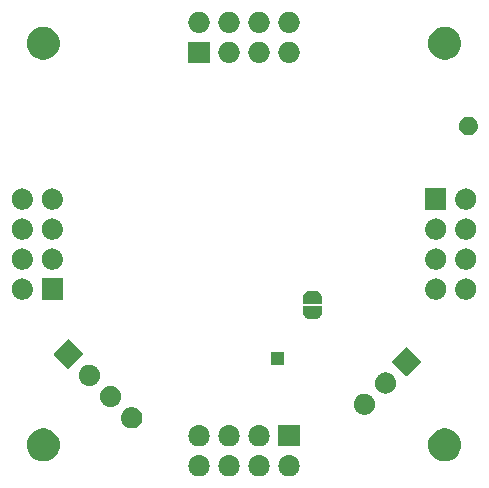
<source format=gbs>
G04 #@! TF.GenerationSoftware,KiCad,Pcbnew,8.0.6*
G04 #@! TF.CreationDate,2025-01-19T20:24:15+01:00*
G04 #@! TF.ProjectId,RP2040_minimal_r2,52503230-3430-45f6-9d69-6e696d616c5f,REV2*
G04 #@! TF.SameCoordinates,Original*
G04 #@! TF.FileFunction,Soldermask,Bot*
G04 #@! TF.FilePolarity,Negative*
%FSLAX46Y46*%
G04 Gerber Fmt 4.6, Leading zero omitted, Abs format (unit mm)*
G04 Created by KiCad (PCBNEW 8.0.6) date 2025-01-19 20:24:15*
%MOMM*%
%LPD*%
G01*
G04 APERTURE LIST*
G04 APERTURE END LIST*
G36*
X96237913Y-117873936D02*
G01*
X96284180Y-117873936D01*
X96324129Y-117882427D01*
X96365733Y-117886525D01*
X96417998Y-117902379D01*
X96468424Y-117913098D01*
X96500694Y-117927465D01*
X96534712Y-117937785D01*
X96588767Y-117966678D01*
X96640500Y-117989711D01*
X96664551Y-118007185D01*
X96690447Y-118021027D01*
X96743271Y-118064378D01*
X96792887Y-118100427D01*
X96808996Y-118118318D01*
X96826948Y-118133051D01*
X96875188Y-118191831D01*
X96918924Y-118240405D01*
X96928111Y-118256319D01*
X96938972Y-118269552D01*
X96979149Y-118344719D01*
X97013104Y-118403530D01*
X97017009Y-118415550D01*
X97022214Y-118425287D01*
X97050913Y-118519896D01*
X97071311Y-118582672D01*
X97072028Y-118589502D01*
X97073474Y-118594266D01*
X97087536Y-118737042D01*
X97091000Y-118770000D01*
X97087535Y-118802959D01*
X97073474Y-118945733D01*
X97072029Y-118950496D01*
X97071311Y-118957328D01*
X97050909Y-119020117D01*
X97022214Y-119114712D01*
X97017010Y-119124447D01*
X97013104Y-119136470D01*
X96979142Y-119195293D01*
X96938972Y-119270447D01*
X96928113Y-119283677D01*
X96918924Y-119299595D01*
X96875178Y-119348178D01*
X96826948Y-119406948D01*
X96809000Y-119421677D01*
X96792887Y-119439573D01*
X96743260Y-119475628D01*
X96690447Y-119518972D01*
X96664557Y-119532810D01*
X96640500Y-119550289D01*
X96588756Y-119573326D01*
X96534712Y-119602214D01*
X96500701Y-119612531D01*
X96468424Y-119626902D01*
X96417987Y-119637622D01*
X96365733Y-119653474D01*
X96324138Y-119657570D01*
X96284180Y-119666064D01*
X96237903Y-119666064D01*
X96190000Y-119670782D01*
X96142097Y-119666064D01*
X96095820Y-119666064D01*
X96055862Y-119657570D01*
X96014266Y-119653474D01*
X95962009Y-119637621D01*
X95911576Y-119626902D01*
X95879300Y-119612532D01*
X95845287Y-119602214D01*
X95791237Y-119573323D01*
X95739500Y-119550289D01*
X95715445Y-119532812D01*
X95689552Y-119518972D01*
X95636730Y-119475622D01*
X95587113Y-119439573D01*
X95571002Y-119421680D01*
X95553051Y-119406948D01*
X95504809Y-119348166D01*
X95461076Y-119299595D01*
X95451888Y-119283681D01*
X95441027Y-119270447D01*
X95400844Y-119195269D01*
X95366896Y-119136470D01*
X95362991Y-119124451D01*
X95357785Y-119114712D01*
X95329075Y-119020071D01*
X95308689Y-118957328D01*
X95307971Y-118950501D01*
X95306525Y-118945733D01*
X95292448Y-118802808D01*
X95289000Y-118770000D01*
X95292448Y-118737194D01*
X95306525Y-118594266D01*
X95307971Y-118589497D01*
X95308689Y-118582672D01*
X95329071Y-118519942D01*
X95357785Y-118425287D01*
X95362991Y-118415545D01*
X95366896Y-118403530D01*
X95400836Y-118344742D01*
X95441027Y-118269552D01*
X95451890Y-118256314D01*
X95461076Y-118240405D01*
X95504800Y-118191843D01*
X95553051Y-118133051D01*
X95571005Y-118118315D01*
X95587113Y-118100427D01*
X95636720Y-118064385D01*
X95689552Y-118021027D01*
X95715450Y-118007183D01*
X95739500Y-117989711D01*
X95791226Y-117966681D01*
X95845287Y-117937785D01*
X95879307Y-117927464D01*
X95911576Y-117913098D01*
X95961998Y-117902380D01*
X96014266Y-117886525D01*
X96055871Y-117882427D01*
X96095820Y-117873936D01*
X96142086Y-117873936D01*
X96190000Y-117869217D01*
X96237913Y-117873936D01*
G37*
G36*
X98777913Y-117873936D02*
G01*
X98824180Y-117873936D01*
X98864129Y-117882427D01*
X98905733Y-117886525D01*
X98957998Y-117902379D01*
X99008424Y-117913098D01*
X99040694Y-117927465D01*
X99074712Y-117937785D01*
X99128767Y-117966678D01*
X99180500Y-117989711D01*
X99204551Y-118007185D01*
X99230447Y-118021027D01*
X99283271Y-118064378D01*
X99332887Y-118100427D01*
X99348996Y-118118318D01*
X99366948Y-118133051D01*
X99415188Y-118191831D01*
X99458924Y-118240405D01*
X99468111Y-118256319D01*
X99478972Y-118269552D01*
X99519149Y-118344719D01*
X99553104Y-118403530D01*
X99557009Y-118415550D01*
X99562214Y-118425287D01*
X99590913Y-118519896D01*
X99611311Y-118582672D01*
X99612028Y-118589502D01*
X99613474Y-118594266D01*
X99627536Y-118737042D01*
X99631000Y-118770000D01*
X99627535Y-118802959D01*
X99613474Y-118945733D01*
X99612029Y-118950496D01*
X99611311Y-118957328D01*
X99590909Y-119020117D01*
X99562214Y-119114712D01*
X99557010Y-119124447D01*
X99553104Y-119136470D01*
X99519142Y-119195293D01*
X99478972Y-119270447D01*
X99468113Y-119283677D01*
X99458924Y-119299595D01*
X99415178Y-119348178D01*
X99366948Y-119406948D01*
X99349000Y-119421677D01*
X99332887Y-119439573D01*
X99283260Y-119475628D01*
X99230447Y-119518972D01*
X99204557Y-119532810D01*
X99180500Y-119550289D01*
X99128756Y-119573326D01*
X99074712Y-119602214D01*
X99040701Y-119612531D01*
X99008424Y-119626902D01*
X98957987Y-119637622D01*
X98905733Y-119653474D01*
X98864138Y-119657570D01*
X98824180Y-119666064D01*
X98777903Y-119666064D01*
X98730000Y-119670782D01*
X98682097Y-119666064D01*
X98635820Y-119666064D01*
X98595862Y-119657570D01*
X98554266Y-119653474D01*
X98502009Y-119637621D01*
X98451576Y-119626902D01*
X98419300Y-119612532D01*
X98385287Y-119602214D01*
X98331237Y-119573323D01*
X98279500Y-119550289D01*
X98255445Y-119532812D01*
X98229552Y-119518972D01*
X98176730Y-119475622D01*
X98127113Y-119439573D01*
X98111002Y-119421680D01*
X98093051Y-119406948D01*
X98044809Y-119348166D01*
X98001076Y-119299595D01*
X97991888Y-119283681D01*
X97981027Y-119270447D01*
X97940844Y-119195269D01*
X97906896Y-119136470D01*
X97902991Y-119124451D01*
X97897785Y-119114712D01*
X97869075Y-119020071D01*
X97848689Y-118957328D01*
X97847971Y-118950501D01*
X97846525Y-118945733D01*
X97832448Y-118802808D01*
X97829000Y-118770000D01*
X97832448Y-118737194D01*
X97846525Y-118594266D01*
X97847971Y-118589497D01*
X97848689Y-118582672D01*
X97869071Y-118519942D01*
X97897785Y-118425287D01*
X97902991Y-118415545D01*
X97906896Y-118403530D01*
X97940836Y-118344742D01*
X97981027Y-118269552D01*
X97991890Y-118256314D01*
X98001076Y-118240405D01*
X98044800Y-118191843D01*
X98093051Y-118133051D01*
X98111005Y-118118315D01*
X98127113Y-118100427D01*
X98176720Y-118064385D01*
X98229552Y-118021027D01*
X98255450Y-118007183D01*
X98279500Y-117989711D01*
X98331226Y-117966681D01*
X98385287Y-117937785D01*
X98419307Y-117927464D01*
X98451576Y-117913098D01*
X98501998Y-117902380D01*
X98554266Y-117886525D01*
X98595871Y-117882427D01*
X98635820Y-117873936D01*
X98682086Y-117873936D01*
X98730000Y-117869217D01*
X98777913Y-117873936D01*
G37*
G36*
X101317913Y-117873936D02*
G01*
X101364180Y-117873936D01*
X101404129Y-117882427D01*
X101445733Y-117886525D01*
X101497998Y-117902379D01*
X101548424Y-117913098D01*
X101580694Y-117927465D01*
X101614712Y-117937785D01*
X101668767Y-117966678D01*
X101720500Y-117989711D01*
X101744551Y-118007185D01*
X101770447Y-118021027D01*
X101823271Y-118064378D01*
X101872887Y-118100427D01*
X101888996Y-118118318D01*
X101906948Y-118133051D01*
X101955188Y-118191831D01*
X101998924Y-118240405D01*
X102008111Y-118256319D01*
X102018972Y-118269552D01*
X102059149Y-118344719D01*
X102093104Y-118403530D01*
X102097009Y-118415550D01*
X102102214Y-118425287D01*
X102130913Y-118519896D01*
X102151311Y-118582672D01*
X102152028Y-118589502D01*
X102153474Y-118594266D01*
X102167536Y-118737042D01*
X102171000Y-118770000D01*
X102167535Y-118802959D01*
X102153474Y-118945733D01*
X102152029Y-118950496D01*
X102151311Y-118957328D01*
X102130909Y-119020117D01*
X102102214Y-119114712D01*
X102097010Y-119124447D01*
X102093104Y-119136470D01*
X102059142Y-119195293D01*
X102018972Y-119270447D01*
X102008113Y-119283677D01*
X101998924Y-119299595D01*
X101955178Y-119348178D01*
X101906948Y-119406948D01*
X101889000Y-119421677D01*
X101872887Y-119439573D01*
X101823260Y-119475628D01*
X101770447Y-119518972D01*
X101744557Y-119532810D01*
X101720500Y-119550289D01*
X101668756Y-119573326D01*
X101614712Y-119602214D01*
X101580701Y-119612531D01*
X101548424Y-119626902D01*
X101497987Y-119637622D01*
X101445733Y-119653474D01*
X101404138Y-119657570D01*
X101364180Y-119666064D01*
X101317903Y-119666064D01*
X101270000Y-119670782D01*
X101222097Y-119666064D01*
X101175820Y-119666064D01*
X101135862Y-119657570D01*
X101094266Y-119653474D01*
X101042009Y-119637621D01*
X100991576Y-119626902D01*
X100959300Y-119612532D01*
X100925287Y-119602214D01*
X100871237Y-119573323D01*
X100819500Y-119550289D01*
X100795445Y-119532812D01*
X100769552Y-119518972D01*
X100716730Y-119475622D01*
X100667113Y-119439573D01*
X100651002Y-119421680D01*
X100633051Y-119406948D01*
X100584809Y-119348166D01*
X100541076Y-119299595D01*
X100531888Y-119283681D01*
X100521027Y-119270447D01*
X100480844Y-119195269D01*
X100446896Y-119136470D01*
X100442991Y-119124451D01*
X100437785Y-119114712D01*
X100409075Y-119020071D01*
X100388689Y-118957328D01*
X100387971Y-118950501D01*
X100386525Y-118945733D01*
X100372448Y-118802808D01*
X100369000Y-118770000D01*
X100372448Y-118737194D01*
X100386525Y-118594266D01*
X100387971Y-118589497D01*
X100388689Y-118582672D01*
X100409071Y-118519942D01*
X100437785Y-118425287D01*
X100442991Y-118415545D01*
X100446896Y-118403530D01*
X100480836Y-118344742D01*
X100521027Y-118269552D01*
X100531890Y-118256314D01*
X100541076Y-118240405D01*
X100584800Y-118191843D01*
X100633051Y-118133051D01*
X100651005Y-118118315D01*
X100667113Y-118100427D01*
X100716720Y-118064385D01*
X100769552Y-118021027D01*
X100795450Y-118007183D01*
X100819500Y-117989711D01*
X100871226Y-117966681D01*
X100925287Y-117937785D01*
X100959307Y-117927464D01*
X100991576Y-117913098D01*
X101041998Y-117902380D01*
X101094266Y-117886525D01*
X101135871Y-117882427D01*
X101175820Y-117873936D01*
X101222086Y-117873936D01*
X101270000Y-117869217D01*
X101317913Y-117873936D01*
G37*
G36*
X103857913Y-117873936D02*
G01*
X103904180Y-117873936D01*
X103944129Y-117882427D01*
X103985733Y-117886525D01*
X104037998Y-117902379D01*
X104088424Y-117913098D01*
X104120694Y-117927465D01*
X104154712Y-117937785D01*
X104208767Y-117966678D01*
X104260500Y-117989711D01*
X104284551Y-118007185D01*
X104310447Y-118021027D01*
X104363271Y-118064378D01*
X104412887Y-118100427D01*
X104428996Y-118118318D01*
X104446948Y-118133051D01*
X104495188Y-118191831D01*
X104538924Y-118240405D01*
X104548111Y-118256319D01*
X104558972Y-118269552D01*
X104599149Y-118344719D01*
X104633104Y-118403530D01*
X104637009Y-118415550D01*
X104642214Y-118425287D01*
X104670913Y-118519896D01*
X104691311Y-118582672D01*
X104692028Y-118589502D01*
X104693474Y-118594266D01*
X104707536Y-118737042D01*
X104711000Y-118770000D01*
X104707535Y-118802959D01*
X104693474Y-118945733D01*
X104692029Y-118950496D01*
X104691311Y-118957328D01*
X104670909Y-119020117D01*
X104642214Y-119114712D01*
X104637010Y-119124447D01*
X104633104Y-119136470D01*
X104599142Y-119195293D01*
X104558972Y-119270447D01*
X104548113Y-119283677D01*
X104538924Y-119299595D01*
X104495178Y-119348178D01*
X104446948Y-119406948D01*
X104429000Y-119421677D01*
X104412887Y-119439573D01*
X104363260Y-119475628D01*
X104310447Y-119518972D01*
X104284557Y-119532810D01*
X104260500Y-119550289D01*
X104208756Y-119573326D01*
X104154712Y-119602214D01*
X104120701Y-119612531D01*
X104088424Y-119626902D01*
X104037987Y-119637622D01*
X103985733Y-119653474D01*
X103944138Y-119657570D01*
X103904180Y-119666064D01*
X103857903Y-119666064D01*
X103810000Y-119670782D01*
X103762097Y-119666064D01*
X103715820Y-119666064D01*
X103675862Y-119657570D01*
X103634266Y-119653474D01*
X103582009Y-119637621D01*
X103531576Y-119626902D01*
X103499300Y-119612532D01*
X103465287Y-119602214D01*
X103411237Y-119573323D01*
X103359500Y-119550289D01*
X103335445Y-119532812D01*
X103309552Y-119518972D01*
X103256730Y-119475622D01*
X103207113Y-119439573D01*
X103191002Y-119421680D01*
X103173051Y-119406948D01*
X103124809Y-119348166D01*
X103081076Y-119299595D01*
X103071888Y-119283681D01*
X103061027Y-119270447D01*
X103020844Y-119195269D01*
X102986896Y-119136470D01*
X102982991Y-119124451D01*
X102977785Y-119114712D01*
X102949075Y-119020071D01*
X102928689Y-118957328D01*
X102927971Y-118950501D01*
X102926525Y-118945733D01*
X102912448Y-118802808D01*
X102909000Y-118770000D01*
X102912448Y-118737194D01*
X102926525Y-118594266D01*
X102927971Y-118589497D01*
X102928689Y-118582672D01*
X102949071Y-118519942D01*
X102977785Y-118425287D01*
X102982991Y-118415545D01*
X102986896Y-118403530D01*
X103020836Y-118344742D01*
X103061027Y-118269552D01*
X103071890Y-118256314D01*
X103081076Y-118240405D01*
X103124800Y-118191843D01*
X103173051Y-118133051D01*
X103191005Y-118118315D01*
X103207113Y-118100427D01*
X103256720Y-118064385D01*
X103309552Y-118021027D01*
X103335450Y-118007183D01*
X103359500Y-117989711D01*
X103411226Y-117966681D01*
X103465287Y-117937785D01*
X103499307Y-117927464D01*
X103531576Y-117913098D01*
X103581998Y-117902380D01*
X103634266Y-117886525D01*
X103675871Y-117882427D01*
X103715820Y-117873936D01*
X103762086Y-117873936D01*
X103810000Y-117869217D01*
X103857913Y-117873936D01*
G37*
G36*
X83343925Y-115641870D02*
G01*
X83562775Y-115717002D01*
X83766274Y-115827130D01*
X83948871Y-115969251D01*
X84105586Y-116139488D01*
X84232143Y-116333198D01*
X84325090Y-116545096D01*
X84381892Y-116769403D01*
X84401000Y-117000000D01*
X84381892Y-117230597D01*
X84325090Y-117454904D01*
X84232143Y-117666802D01*
X84105586Y-117860512D01*
X83948871Y-118030749D01*
X83766274Y-118172870D01*
X83562775Y-118282998D01*
X83343925Y-118358130D01*
X83115694Y-118396215D01*
X82884306Y-118396215D01*
X82656075Y-118358130D01*
X82437225Y-118282998D01*
X82233726Y-118172870D01*
X82051129Y-118030749D01*
X81894414Y-117860512D01*
X81767857Y-117666802D01*
X81674910Y-117454904D01*
X81618108Y-117230597D01*
X81599000Y-117000000D01*
X81618108Y-116769403D01*
X81674910Y-116545096D01*
X81767857Y-116333198D01*
X81894414Y-116139488D01*
X82051129Y-115969251D01*
X82233726Y-115827130D01*
X82437225Y-115717002D01*
X82656075Y-115641870D01*
X82884306Y-115603785D01*
X83115694Y-115603785D01*
X83343925Y-115641870D01*
G37*
G36*
X117343925Y-115641870D02*
G01*
X117562775Y-115717002D01*
X117766274Y-115827130D01*
X117948871Y-115969251D01*
X118105586Y-116139488D01*
X118232143Y-116333198D01*
X118325090Y-116545096D01*
X118381892Y-116769403D01*
X118401000Y-117000000D01*
X118381892Y-117230597D01*
X118325090Y-117454904D01*
X118232143Y-117666802D01*
X118105586Y-117860512D01*
X117948871Y-118030749D01*
X117766274Y-118172870D01*
X117562775Y-118282998D01*
X117343925Y-118358130D01*
X117115694Y-118396215D01*
X116884306Y-118396215D01*
X116656075Y-118358130D01*
X116437225Y-118282998D01*
X116233726Y-118172870D01*
X116051129Y-118030749D01*
X115894414Y-117860512D01*
X115767857Y-117666802D01*
X115674910Y-117454904D01*
X115618108Y-117230597D01*
X115599000Y-117000000D01*
X115618108Y-116769403D01*
X115674910Y-116545096D01*
X115767857Y-116333198D01*
X115894414Y-116139488D01*
X116051129Y-115969251D01*
X116233726Y-115827130D01*
X116437225Y-115717002D01*
X116656075Y-115641870D01*
X116884306Y-115603785D01*
X117115694Y-115603785D01*
X117343925Y-115641870D01*
G37*
G36*
X104679517Y-115332882D02*
G01*
X104696062Y-115343938D01*
X104707118Y-115360483D01*
X104711000Y-115380000D01*
X104711000Y-117080000D01*
X104707118Y-117099517D01*
X104696062Y-117116062D01*
X104679517Y-117127118D01*
X104660000Y-117131000D01*
X102960000Y-117131000D01*
X102940483Y-117127118D01*
X102923938Y-117116062D01*
X102912882Y-117099517D01*
X102909000Y-117080000D01*
X102909000Y-115380000D01*
X102912882Y-115360483D01*
X102923938Y-115343938D01*
X102940483Y-115332882D01*
X102960000Y-115329000D01*
X104660000Y-115329000D01*
X104679517Y-115332882D01*
G37*
G36*
X96237913Y-115333936D02*
G01*
X96284180Y-115333936D01*
X96324129Y-115342427D01*
X96365733Y-115346525D01*
X96417998Y-115362379D01*
X96468424Y-115373098D01*
X96500694Y-115387465D01*
X96534712Y-115397785D01*
X96588767Y-115426678D01*
X96640500Y-115449711D01*
X96664551Y-115467185D01*
X96690447Y-115481027D01*
X96743271Y-115524378D01*
X96792887Y-115560427D01*
X96808996Y-115578318D01*
X96826948Y-115593051D01*
X96875188Y-115651831D01*
X96918924Y-115700405D01*
X96928111Y-115716319D01*
X96938972Y-115729552D01*
X96979149Y-115804719D01*
X97013104Y-115863530D01*
X97017009Y-115875550D01*
X97022214Y-115885287D01*
X97050913Y-115979896D01*
X97071311Y-116042672D01*
X97072028Y-116049502D01*
X97073474Y-116054266D01*
X97087536Y-116197042D01*
X97091000Y-116230000D01*
X97087535Y-116262959D01*
X97073474Y-116405733D01*
X97072029Y-116410496D01*
X97071311Y-116417328D01*
X97050909Y-116480117D01*
X97022214Y-116574712D01*
X97017010Y-116584447D01*
X97013104Y-116596470D01*
X96979142Y-116655293D01*
X96938972Y-116730447D01*
X96928113Y-116743677D01*
X96918924Y-116759595D01*
X96875178Y-116808178D01*
X96826948Y-116866948D01*
X96809000Y-116881677D01*
X96792887Y-116899573D01*
X96743260Y-116935628D01*
X96690447Y-116978972D01*
X96664557Y-116992810D01*
X96640500Y-117010289D01*
X96588756Y-117033326D01*
X96534712Y-117062214D01*
X96500701Y-117072531D01*
X96468424Y-117086902D01*
X96417987Y-117097622D01*
X96365733Y-117113474D01*
X96324138Y-117117570D01*
X96284180Y-117126064D01*
X96237903Y-117126064D01*
X96190000Y-117130782D01*
X96142097Y-117126064D01*
X96095820Y-117126064D01*
X96055862Y-117117570D01*
X96014266Y-117113474D01*
X95962009Y-117097621D01*
X95911576Y-117086902D01*
X95879300Y-117072532D01*
X95845287Y-117062214D01*
X95791237Y-117033323D01*
X95739500Y-117010289D01*
X95715445Y-116992812D01*
X95689552Y-116978972D01*
X95636730Y-116935622D01*
X95587113Y-116899573D01*
X95571002Y-116881680D01*
X95553051Y-116866948D01*
X95504809Y-116808166D01*
X95461076Y-116759595D01*
X95451888Y-116743681D01*
X95441027Y-116730447D01*
X95400844Y-116655269D01*
X95366896Y-116596470D01*
X95362991Y-116584451D01*
X95357785Y-116574712D01*
X95329075Y-116480071D01*
X95308689Y-116417328D01*
X95307971Y-116410501D01*
X95306525Y-116405733D01*
X95292448Y-116262808D01*
X95289000Y-116230000D01*
X95292448Y-116197194D01*
X95306525Y-116054266D01*
X95307971Y-116049497D01*
X95308689Y-116042672D01*
X95329071Y-115979942D01*
X95357785Y-115885287D01*
X95362991Y-115875545D01*
X95366896Y-115863530D01*
X95400836Y-115804742D01*
X95441027Y-115729552D01*
X95451890Y-115716314D01*
X95461076Y-115700405D01*
X95504800Y-115651843D01*
X95553051Y-115593051D01*
X95571005Y-115578315D01*
X95587113Y-115560427D01*
X95636720Y-115524385D01*
X95689552Y-115481027D01*
X95715450Y-115467183D01*
X95739500Y-115449711D01*
X95791226Y-115426681D01*
X95845287Y-115397785D01*
X95879307Y-115387464D01*
X95911576Y-115373098D01*
X95961998Y-115362380D01*
X96014266Y-115346525D01*
X96055871Y-115342427D01*
X96095820Y-115333936D01*
X96142086Y-115333936D01*
X96190000Y-115329217D01*
X96237913Y-115333936D01*
G37*
G36*
X98777913Y-115333936D02*
G01*
X98824180Y-115333936D01*
X98864129Y-115342427D01*
X98905733Y-115346525D01*
X98957998Y-115362379D01*
X99008424Y-115373098D01*
X99040694Y-115387465D01*
X99074712Y-115397785D01*
X99128767Y-115426678D01*
X99180500Y-115449711D01*
X99204551Y-115467185D01*
X99230447Y-115481027D01*
X99283271Y-115524378D01*
X99332887Y-115560427D01*
X99348996Y-115578318D01*
X99366948Y-115593051D01*
X99415188Y-115651831D01*
X99458924Y-115700405D01*
X99468111Y-115716319D01*
X99478972Y-115729552D01*
X99519149Y-115804719D01*
X99553104Y-115863530D01*
X99557009Y-115875550D01*
X99562214Y-115885287D01*
X99590913Y-115979896D01*
X99611311Y-116042672D01*
X99612028Y-116049502D01*
X99613474Y-116054266D01*
X99627536Y-116197042D01*
X99631000Y-116230000D01*
X99627535Y-116262959D01*
X99613474Y-116405733D01*
X99612029Y-116410496D01*
X99611311Y-116417328D01*
X99590909Y-116480117D01*
X99562214Y-116574712D01*
X99557010Y-116584447D01*
X99553104Y-116596470D01*
X99519142Y-116655293D01*
X99478972Y-116730447D01*
X99468113Y-116743677D01*
X99458924Y-116759595D01*
X99415178Y-116808178D01*
X99366948Y-116866948D01*
X99349000Y-116881677D01*
X99332887Y-116899573D01*
X99283260Y-116935628D01*
X99230447Y-116978972D01*
X99204557Y-116992810D01*
X99180500Y-117010289D01*
X99128756Y-117033326D01*
X99074712Y-117062214D01*
X99040701Y-117072531D01*
X99008424Y-117086902D01*
X98957987Y-117097622D01*
X98905733Y-117113474D01*
X98864138Y-117117570D01*
X98824180Y-117126064D01*
X98777903Y-117126064D01*
X98730000Y-117130782D01*
X98682097Y-117126064D01*
X98635820Y-117126064D01*
X98595862Y-117117570D01*
X98554266Y-117113474D01*
X98502009Y-117097621D01*
X98451576Y-117086902D01*
X98419300Y-117072532D01*
X98385287Y-117062214D01*
X98331237Y-117033323D01*
X98279500Y-117010289D01*
X98255445Y-116992812D01*
X98229552Y-116978972D01*
X98176730Y-116935622D01*
X98127113Y-116899573D01*
X98111002Y-116881680D01*
X98093051Y-116866948D01*
X98044809Y-116808166D01*
X98001076Y-116759595D01*
X97991888Y-116743681D01*
X97981027Y-116730447D01*
X97940844Y-116655269D01*
X97906896Y-116596470D01*
X97902991Y-116584451D01*
X97897785Y-116574712D01*
X97869075Y-116480071D01*
X97848689Y-116417328D01*
X97847971Y-116410501D01*
X97846525Y-116405733D01*
X97832448Y-116262808D01*
X97829000Y-116230000D01*
X97832448Y-116197194D01*
X97846525Y-116054266D01*
X97847971Y-116049497D01*
X97848689Y-116042672D01*
X97869071Y-115979942D01*
X97897785Y-115885287D01*
X97902991Y-115875545D01*
X97906896Y-115863530D01*
X97940836Y-115804742D01*
X97981027Y-115729552D01*
X97991890Y-115716314D01*
X98001076Y-115700405D01*
X98044800Y-115651843D01*
X98093051Y-115593051D01*
X98111005Y-115578315D01*
X98127113Y-115560427D01*
X98176720Y-115524385D01*
X98229552Y-115481027D01*
X98255450Y-115467183D01*
X98279500Y-115449711D01*
X98331226Y-115426681D01*
X98385287Y-115397785D01*
X98419307Y-115387464D01*
X98451576Y-115373098D01*
X98501998Y-115362380D01*
X98554266Y-115346525D01*
X98595871Y-115342427D01*
X98635820Y-115333936D01*
X98682086Y-115333936D01*
X98730000Y-115329217D01*
X98777913Y-115333936D01*
G37*
G36*
X101317913Y-115333936D02*
G01*
X101364180Y-115333936D01*
X101404129Y-115342427D01*
X101445733Y-115346525D01*
X101497998Y-115362379D01*
X101548424Y-115373098D01*
X101580694Y-115387465D01*
X101614712Y-115397785D01*
X101668767Y-115426678D01*
X101720500Y-115449711D01*
X101744551Y-115467185D01*
X101770447Y-115481027D01*
X101823271Y-115524378D01*
X101872887Y-115560427D01*
X101888996Y-115578318D01*
X101906948Y-115593051D01*
X101955188Y-115651831D01*
X101998924Y-115700405D01*
X102008111Y-115716319D01*
X102018972Y-115729552D01*
X102059149Y-115804719D01*
X102093104Y-115863530D01*
X102097009Y-115875550D01*
X102102214Y-115885287D01*
X102130913Y-115979896D01*
X102151311Y-116042672D01*
X102152028Y-116049502D01*
X102153474Y-116054266D01*
X102167536Y-116197042D01*
X102171000Y-116230000D01*
X102167535Y-116262959D01*
X102153474Y-116405733D01*
X102152029Y-116410496D01*
X102151311Y-116417328D01*
X102130909Y-116480117D01*
X102102214Y-116574712D01*
X102097010Y-116584447D01*
X102093104Y-116596470D01*
X102059142Y-116655293D01*
X102018972Y-116730447D01*
X102008113Y-116743677D01*
X101998924Y-116759595D01*
X101955178Y-116808178D01*
X101906948Y-116866948D01*
X101889000Y-116881677D01*
X101872887Y-116899573D01*
X101823260Y-116935628D01*
X101770447Y-116978972D01*
X101744557Y-116992810D01*
X101720500Y-117010289D01*
X101668756Y-117033326D01*
X101614712Y-117062214D01*
X101580701Y-117072531D01*
X101548424Y-117086902D01*
X101497987Y-117097622D01*
X101445733Y-117113474D01*
X101404138Y-117117570D01*
X101364180Y-117126064D01*
X101317903Y-117126064D01*
X101270000Y-117130782D01*
X101222097Y-117126064D01*
X101175820Y-117126064D01*
X101135862Y-117117570D01*
X101094266Y-117113474D01*
X101042009Y-117097621D01*
X100991576Y-117086902D01*
X100959300Y-117072532D01*
X100925287Y-117062214D01*
X100871237Y-117033323D01*
X100819500Y-117010289D01*
X100795445Y-116992812D01*
X100769552Y-116978972D01*
X100716730Y-116935622D01*
X100667113Y-116899573D01*
X100651002Y-116881680D01*
X100633051Y-116866948D01*
X100584809Y-116808166D01*
X100541076Y-116759595D01*
X100531888Y-116743681D01*
X100521027Y-116730447D01*
X100480844Y-116655269D01*
X100446896Y-116596470D01*
X100442991Y-116584451D01*
X100437785Y-116574712D01*
X100409075Y-116480071D01*
X100388689Y-116417328D01*
X100387971Y-116410501D01*
X100386525Y-116405733D01*
X100372448Y-116262808D01*
X100369000Y-116230000D01*
X100372448Y-116197194D01*
X100386525Y-116054266D01*
X100387971Y-116049497D01*
X100388689Y-116042672D01*
X100409071Y-115979942D01*
X100437785Y-115885287D01*
X100442991Y-115875545D01*
X100446896Y-115863530D01*
X100480836Y-115804742D01*
X100521027Y-115729552D01*
X100531890Y-115716314D01*
X100541076Y-115700405D01*
X100584800Y-115651843D01*
X100633051Y-115593051D01*
X100651005Y-115578315D01*
X100667113Y-115560427D01*
X100716720Y-115524385D01*
X100769552Y-115481027D01*
X100795450Y-115467183D01*
X100819500Y-115449711D01*
X100871226Y-115426681D01*
X100925287Y-115397785D01*
X100959307Y-115387464D01*
X100991576Y-115373098D01*
X101041998Y-115362380D01*
X101094266Y-115346525D01*
X101135871Y-115342427D01*
X101175820Y-115333936D01*
X101222086Y-115333936D01*
X101270000Y-115329217D01*
X101317913Y-115333936D01*
G37*
G36*
X90549061Y-113805084D02*
G01*
X90595328Y-113805084D01*
X90635277Y-113813575D01*
X90676881Y-113817673D01*
X90729146Y-113833527D01*
X90779572Y-113844246D01*
X90811842Y-113858613D01*
X90845860Y-113868933D01*
X90899915Y-113897826D01*
X90951648Y-113920859D01*
X90975699Y-113938333D01*
X91001595Y-113952175D01*
X91054419Y-113995526D01*
X91104035Y-114031575D01*
X91120144Y-114049466D01*
X91138096Y-114064199D01*
X91186336Y-114122979D01*
X91230072Y-114171553D01*
X91239259Y-114187467D01*
X91250120Y-114200700D01*
X91290297Y-114275867D01*
X91324252Y-114334678D01*
X91328157Y-114346698D01*
X91333362Y-114356435D01*
X91362061Y-114451044D01*
X91382459Y-114513820D01*
X91383176Y-114520650D01*
X91384622Y-114525414D01*
X91398684Y-114668190D01*
X91402148Y-114701148D01*
X91398683Y-114734107D01*
X91384622Y-114876881D01*
X91383177Y-114881644D01*
X91382459Y-114888476D01*
X91362057Y-114951265D01*
X91333362Y-115045860D01*
X91328158Y-115055595D01*
X91324252Y-115067618D01*
X91290290Y-115126441D01*
X91250120Y-115201595D01*
X91239261Y-115214825D01*
X91230072Y-115230743D01*
X91186326Y-115279326D01*
X91138096Y-115338096D01*
X91120148Y-115352825D01*
X91104035Y-115370721D01*
X91054408Y-115406776D01*
X91001595Y-115450120D01*
X90975705Y-115463958D01*
X90951648Y-115481437D01*
X90899904Y-115504474D01*
X90845860Y-115533362D01*
X90811849Y-115543679D01*
X90779572Y-115558050D01*
X90729135Y-115568770D01*
X90676881Y-115584622D01*
X90635286Y-115588718D01*
X90595328Y-115597212D01*
X90549051Y-115597212D01*
X90501148Y-115601930D01*
X90453245Y-115597212D01*
X90406968Y-115597212D01*
X90367010Y-115588718D01*
X90325414Y-115584622D01*
X90273157Y-115568769D01*
X90222724Y-115558050D01*
X90190448Y-115543680D01*
X90156435Y-115533362D01*
X90102385Y-115504471D01*
X90050648Y-115481437D01*
X90026593Y-115463960D01*
X90000700Y-115450120D01*
X89947878Y-115406770D01*
X89898261Y-115370721D01*
X89882150Y-115352828D01*
X89864199Y-115338096D01*
X89815957Y-115279314D01*
X89772224Y-115230743D01*
X89763036Y-115214829D01*
X89752175Y-115201595D01*
X89711992Y-115126417D01*
X89678044Y-115067618D01*
X89674139Y-115055599D01*
X89668933Y-115045860D01*
X89640223Y-114951219D01*
X89619837Y-114888476D01*
X89619119Y-114881649D01*
X89617673Y-114876881D01*
X89603596Y-114733956D01*
X89600148Y-114701148D01*
X89603596Y-114668342D01*
X89617673Y-114525414D01*
X89619119Y-114520645D01*
X89619837Y-114513820D01*
X89640219Y-114451090D01*
X89668933Y-114356435D01*
X89674139Y-114346693D01*
X89678044Y-114334678D01*
X89711984Y-114275890D01*
X89752175Y-114200700D01*
X89763038Y-114187462D01*
X89772224Y-114171553D01*
X89815948Y-114122991D01*
X89864199Y-114064199D01*
X89882153Y-114049463D01*
X89898261Y-114031575D01*
X89947868Y-113995533D01*
X90000700Y-113952175D01*
X90026598Y-113938331D01*
X90050648Y-113920859D01*
X90102374Y-113897829D01*
X90156435Y-113868933D01*
X90190455Y-113858612D01*
X90222724Y-113844246D01*
X90273146Y-113833528D01*
X90325414Y-113817673D01*
X90367019Y-113813575D01*
X90406968Y-113805084D01*
X90453234Y-113805084D01*
X90501148Y-113800365D01*
X90549061Y-113805084D01*
G37*
G36*
X110241256Y-112660593D02*
G01*
X110287523Y-112660593D01*
X110327472Y-112669084D01*
X110369076Y-112673182D01*
X110421341Y-112689036D01*
X110471767Y-112699755D01*
X110504037Y-112714122D01*
X110538055Y-112724442D01*
X110592110Y-112753335D01*
X110643843Y-112776368D01*
X110667894Y-112793842D01*
X110693790Y-112807684D01*
X110746614Y-112851035D01*
X110796230Y-112887084D01*
X110812339Y-112904975D01*
X110830291Y-112919708D01*
X110878531Y-112978488D01*
X110922267Y-113027062D01*
X110931454Y-113042976D01*
X110942315Y-113056209D01*
X110982492Y-113131376D01*
X111016447Y-113190187D01*
X111020352Y-113202207D01*
X111025557Y-113211944D01*
X111054256Y-113306553D01*
X111074654Y-113369329D01*
X111075371Y-113376159D01*
X111076817Y-113380923D01*
X111090879Y-113523699D01*
X111094343Y-113556657D01*
X111090878Y-113589616D01*
X111076817Y-113732390D01*
X111075372Y-113737153D01*
X111074654Y-113743985D01*
X111054252Y-113806774D01*
X111025557Y-113901369D01*
X111020353Y-113911104D01*
X111016447Y-113923127D01*
X110982485Y-113981950D01*
X110942315Y-114057104D01*
X110931456Y-114070334D01*
X110922267Y-114086252D01*
X110878521Y-114134835D01*
X110830291Y-114193605D01*
X110812343Y-114208334D01*
X110796230Y-114226230D01*
X110746603Y-114262285D01*
X110693790Y-114305629D01*
X110667900Y-114319467D01*
X110643843Y-114336946D01*
X110592099Y-114359983D01*
X110538055Y-114388871D01*
X110504044Y-114399188D01*
X110471767Y-114413559D01*
X110421330Y-114424279D01*
X110369076Y-114440131D01*
X110327481Y-114444227D01*
X110287523Y-114452721D01*
X110241246Y-114452721D01*
X110193343Y-114457439D01*
X110145440Y-114452721D01*
X110099163Y-114452721D01*
X110059205Y-114444227D01*
X110017609Y-114440131D01*
X109965352Y-114424278D01*
X109914919Y-114413559D01*
X109882643Y-114399189D01*
X109848630Y-114388871D01*
X109794580Y-114359980D01*
X109742843Y-114336946D01*
X109718788Y-114319469D01*
X109692895Y-114305629D01*
X109640073Y-114262279D01*
X109590456Y-114226230D01*
X109574345Y-114208337D01*
X109556394Y-114193605D01*
X109508152Y-114134823D01*
X109464419Y-114086252D01*
X109455231Y-114070338D01*
X109444370Y-114057104D01*
X109404187Y-113981926D01*
X109370239Y-113923127D01*
X109366334Y-113911108D01*
X109361128Y-113901369D01*
X109332418Y-113806728D01*
X109312032Y-113743985D01*
X109311314Y-113737158D01*
X109309868Y-113732390D01*
X109295791Y-113589465D01*
X109292343Y-113556657D01*
X109295791Y-113523851D01*
X109309868Y-113380923D01*
X109311314Y-113376154D01*
X109312032Y-113369329D01*
X109332414Y-113306599D01*
X109361128Y-113211944D01*
X109366334Y-113202202D01*
X109370239Y-113190187D01*
X109404179Y-113131399D01*
X109444370Y-113056209D01*
X109455233Y-113042971D01*
X109464419Y-113027062D01*
X109508143Y-112978500D01*
X109556394Y-112919708D01*
X109574348Y-112904972D01*
X109590456Y-112887084D01*
X109640063Y-112851042D01*
X109692895Y-112807684D01*
X109718793Y-112793840D01*
X109742843Y-112776368D01*
X109794569Y-112753338D01*
X109848630Y-112724442D01*
X109882650Y-112714121D01*
X109914919Y-112699755D01*
X109965341Y-112689037D01*
X110017609Y-112673182D01*
X110059214Y-112669084D01*
X110099163Y-112660593D01*
X110145429Y-112660593D01*
X110193343Y-112655874D01*
X110241256Y-112660593D01*
G37*
G36*
X88753009Y-112009032D02*
G01*
X88799276Y-112009032D01*
X88839225Y-112017523D01*
X88880829Y-112021621D01*
X88933094Y-112037475D01*
X88983520Y-112048194D01*
X89015790Y-112062561D01*
X89049808Y-112072881D01*
X89103863Y-112101774D01*
X89155596Y-112124807D01*
X89179647Y-112142281D01*
X89205543Y-112156123D01*
X89258367Y-112199474D01*
X89307983Y-112235523D01*
X89324092Y-112253414D01*
X89342044Y-112268147D01*
X89390284Y-112326927D01*
X89434020Y-112375501D01*
X89443207Y-112391415D01*
X89454068Y-112404648D01*
X89494245Y-112479815D01*
X89528200Y-112538626D01*
X89532105Y-112550646D01*
X89537310Y-112560383D01*
X89566009Y-112654992D01*
X89586407Y-112717768D01*
X89587124Y-112724598D01*
X89588570Y-112729362D01*
X89602632Y-112872138D01*
X89606096Y-112905096D01*
X89602631Y-112938055D01*
X89588570Y-113080829D01*
X89587125Y-113085592D01*
X89586407Y-113092424D01*
X89566005Y-113155213D01*
X89537310Y-113249808D01*
X89532106Y-113259543D01*
X89528200Y-113271566D01*
X89494238Y-113330389D01*
X89454068Y-113405543D01*
X89443209Y-113418773D01*
X89434020Y-113434691D01*
X89390274Y-113483274D01*
X89342044Y-113542044D01*
X89324096Y-113556773D01*
X89307983Y-113574669D01*
X89258356Y-113610724D01*
X89205543Y-113654068D01*
X89179653Y-113667906D01*
X89155596Y-113685385D01*
X89103852Y-113708422D01*
X89049808Y-113737310D01*
X89015797Y-113747627D01*
X88983520Y-113761998D01*
X88933083Y-113772718D01*
X88880829Y-113788570D01*
X88839234Y-113792666D01*
X88799276Y-113801160D01*
X88752999Y-113801160D01*
X88705096Y-113805878D01*
X88657193Y-113801160D01*
X88610916Y-113801160D01*
X88570958Y-113792666D01*
X88529362Y-113788570D01*
X88477105Y-113772717D01*
X88426672Y-113761998D01*
X88394396Y-113747628D01*
X88360383Y-113737310D01*
X88306333Y-113708419D01*
X88254596Y-113685385D01*
X88230541Y-113667908D01*
X88204648Y-113654068D01*
X88151826Y-113610718D01*
X88102209Y-113574669D01*
X88086098Y-113556776D01*
X88068147Y-113542044D01*
X88019905Y-113483262D01*
X87976172Y-113434691D01*
X87966984Y-113418777D01*
X87956123Y-113405543D01*
X87915940Y-113330365D01*
X87881992Y-113271566D01*
X87878087Y-113259547D01*
X87872881Y-113249808D01*
X87844171Y-113155167D01*
X87823785Y-113092424D01*
X87823067Y-113085597D01*
X87821621Y-113080829D01*
X87807544Y-112937904D01*
X87804096Y-112905096D01*
X87807544Y-112872290D01*
X87821621Y-112729362D01*
X87823067Y-112724593D01*
X87823785Y-112717768D01*
X87844167Y-112655038D01*
X87872881Y-112560383D01*
X87878087Y-112550641D01*
X87881992Y-112538626D01*
X87915932Y-112479838D01*
X87956123Y-112404648D01*
X87966986Y-112391410D01*
X87976172Y-112375501D01*
X88019896Y-112326939D01*
X88068147Y-112268147D01*
X88086101Y-112253411D01*
X88102209Y-112235523D01*
X88151816Y-112199481D01*
X88204648Y-112156123D01*
X88230546Y-112142279D01*
X88254596Y-112124807D01*
X88306322Y-112101777D01*
X88360383Y-112072881D01*
X88394403Y-112062560D01*
X88426672Y-112048194D01*
X88477094Y-112037476D01*
X88529362Y-112021621D01*
X88570967Y-112017523D01*
X88610916Y-112009032D01*
X88657182Y-112009032D01*
X88705096Y-112004313D01*
X88753009Y-112009032D01*
G37*
G36*
X112037307Y-110864542D02*
G01*
X112083574Y-110864542D01*
X112123523Y-110873033D01*
X112165127Y-110877131D01*
X112217392Y-110892985D01*
X112267818Y-110903704D01*
X112300088Y-110918071D01*
X112334106Y-110928391D01*
X112388161Y-110957284D01*
X112439894Y-110980317D01*
X112463945Y-110997791D01*
X112489841Y-111011633D01*
X112542665Y-111054984D01*
X112592281Y-111091033D01*
X112608390Y-111108924D01*
X112626342Y-111123657D01*
X112674582Y-111182437D01*
X112718318Y-111231011D01*
X112727505Y-111246925D01*
X112738366Y-111260158D01*
X112778543Y-111335325D01*
X112812498Y-111394136D01*
X112816403Y-111406156D01*
X112821608Y-111415893D01*
X112850307Y-111510502D01*
X112870705Y-111573278D01*
X112871422Y-111580108D01*
X112872868Y-111584872D01*
X112886930Y-111727648D01*
X112890394Y-111760606D01*
X112886929Y-111793565D01*
X112872868Y-111936339D01*
X112871423Y-111941102D01*
X112870705Y-111947934D01*
X112850303Y-112010723D01*
X112821608Y-112105318D01*
X112816404Y-112115053D01*
X112812498Y-112127076D01*
X112778536Y-112185899D01*
X112738366Y-112261053D01*
X112727507Y-112274283D01*
X112718318Y-112290201D01*
X112674572Y-112338784D01*
X112626342Y-112397554D01*
X112608394Y-112412283D01*
X112592281Y-112430179D01*
X112542654Y-112466234D01*
X112489841Y-112509578D01*
X112463951Y-112523416D01*
X112439894Y-112540895D01*
X112388150Y-112563932D01*
X112334106Y-112592820D01*
X112300095Y-112603137D01*
X112267818Y-112617508D01*
X112217381Y-112628228D01*
X112165127Y-112644080D01*
X112123532Y-112648176D01*
X112083574Y-112656670D01*
X112037297Y-112656670D01*
X111989394Y-112661388D01*
X111941491Y-112656670D01*
X111895214Y-112656670D01*
X111855256Y-112648176D01*
X111813660Y-112644080D01*
X111761403Y-112628227D01*
X111710970Y-112617508D01*
X111678694Y-112603138D01*
X111644681Y-112592820D01*
X111590631Y-112563929D01*
X111538894Y-112540895D01*
X111514839Y-112523418D01*
X111488946Y-112509578D01*
X111436124Y-112466228D01*
X111386507Y-112430179D01*
X111370396Y-112412286D01*
X111352445Y-112397554D01*
X111304203Y-112338772D01*
X111260470Y-112290201D01*
X111251282Y-112274287D01*
X111240421Y-112261053D01*
X111200238Y-112185875D01*
X111166290Y-112127076D01*
X111162385Y-112115057D01*
X111157179Y-112105318D01*
X111128469Y-112010677D01*
X111108083Y-111947934D01*
X111107365Y-111941107D01*
X111105919Y-111936339D01*
X111091842Y-111793414D01*
X111088394Y-111760606D01*
X111091842Y-111727800D01*
X111105919Y-111584872D01*
X111107365Y-111580103D01*
X111108083Y-111573278D01*
X111128465Y-111510548D01*
X111157179Y-111415893D01*
X111162385Y-111406151D01*
X111166290Y-111394136D01*
X111200230Y-111335348D01*
X111240421Y-111260158D01*
X111251284Y-111246920D01*
X111260470Y-111231011D01*
X111304194Y-111182449D01*
X111352445Y-111123657D01*
X111370399Y-111108921D01*
X111386507Y-111091033D01*
X111436114Y-111054991D01*
X111488946Y-111011633D01*
X111514844Y-110997789D01*
X111538894Y-110980317D01*
X111590620Y-110957287D01*
X111644681Y-110928391D01*
X111678701Y-110918070D01*
X111710970Y-110903704D01*
X111761392Y-110892986D01*
X111813660Y-110877131D01*
X111855265Y-110873033D01*
X111895214Y-110864542D01*
X111941480Y-110864542D01*
X111989394Y-110859823D01*
X112037307Y-110864542D01*
G37*
G36*
X86956958Y-110212981D02*
G01*
X87003225Y-110212981D01*
X87043174Y-110221472D01*
X87084778Y-110225570D01*
X87137043Y-110241424D01*
X87187469Y-110252143D01*
X87219739Y-110266510D01*
X87253757Y-110276830D01*
X87307812Y-110305723D01*
X87359545Y-110328756D01*
X87383596Y-110346230D01*
X87409492Y-110360072D01*
X87462316Y-110403423D01*
X87511932Y-110439472D01*
X87528041Y-110457363D01*
X87545993Y-110472096D01*
X87594233Y-110530876D01*
X87637969Y-110579450D01*
X87647156Y-110595364D01*
X87658017Y-110608597D01*
X87698194Y-110683764D01*
X87732149Y-110742575D01*
X87736054Y-110754595D01*
X87741259Y-110764332D01*
X87769958Y-110858941D01*
X87790356Y-110921717D01*
X87791073Y-110928547D01*
X87792519Y-110933311D01*
X87806581Y-111076087D01*
X87810045Y-111109045D01*
X87806580Y-111142004D01*
X87792519Y-111284778D01*
X87791074Y-111289541D01*
X87790356Y-111296373D01*
X87769954Y-111359162D01*
X87741259Y-111453757D01*
X87736055Y-111463492D01*
X87732149Y-111475515D01*
X87698187Y-111534338D01*
X87658017Y-111609492D01*
X87647158Y-111622722D01*
X87637969Y-111638640D01*
X87594223Y-111687223D01*
X87545993Y-111745993D01*
X87528045Y-111760722D01*
X87511932Y-111778618D01*
X87462305Y-111814673D01*
X87409492Y-111858017D01*
X87383602Y-111871855D01*
X87359545Y-111889334D01*
X87307801Y-111912371D01*
X87253757Y-111941259D01*
X87219746Y-111951576D01*
X87187469Y-111965947D01*
X87137032Y-111976667D01*
X87084778Y-111992519D01*
X87043183Y-111996615D01*
X87003225Y-112005109D01*
X86956948Y-112005109D01*
X86909045Y-112009827D01*
X86861142Y-112005109D01*
X86814865Y-112005109D01*
X86774907Y-111996615D01*
X86733311Y-111992519D01*
X86681054Y-111976666D01*
X86630621Y-111965947D01*
X86598345Y-111951577D01*
X86564332Y-111941259D01*
X86510282Y-111912368D01*
X86458545Y-111889334D01*
X86434490Y-111871857D01*
X86408597Y-111858017D01*
X86355775Y-111814667D01*
X86306158Y-111778618D01*
X86290047Y-111760725D01*
X86272096Y-111745993D01*
X86223854Y-111687211D01*
X86180121Y-111638640D01*
X86170933Y-111622726D01*
X86160072Y-111609492D01*
X86119889Y-111534314D01*
X86085941Y-111475515D01*
X86082036Y-111463496D01*
X86076830Y-111453757D01*
X86048120Y-111359116D01*
X86027734Y-111296373D01*
X86027016Y-111289546D01*
X86025570Y-111284778D01*
X86011493Y-111141853D01*
X86008045Y-111109045D01*
X86011493Y-111076239D01*
X86025570Y-110933311D01*
X86027016Y-110928542D01*
X86027734Y-110921717D01*
X86048116Y-110858987D01*
X86076830Y-110764332D01*
X86082036Y-110754590D01*
X86085941Y-110742575D01*
X86119881Y-110683787D01*
X86160072Y-110608597D01*
X86170935Y-110595359D01*
X86180121Y-110579450D01*
X86223845Y-110530888D01*
X86272096Y-110472096D01*
X86290050Y-110457360D01*
X86306158Y-110439472D01*
X86355765Y-110403430D01*
X86408597Y-110360072D01*
X86434495Y-110346228D01*
X86458545Y-110328756D01*
X86510271Y-110305726D01*
X86564332Y-110276830D01*
X86598352Y-110266509D01*
X86630621Y-110252143D01*
X86681043Y-110241425D01*
X86733311Y-110225570D01*
X86774916Y-110221472D01*
X86814865Y-110212981D01*
X86861131Y-110212981D01*
X86909045Y-110208262D01*
X86956958Y-110212981D01*
G37*
G36*
X113804962Y-108715355D02*
G01*
X113821507Y-108726411D01*
X113824642Y-108729546D01*
X115020455Y-109925358D01*
X115020457Y-109925361D01*
X115023589Y-109928493D01*
X115034645Y-109945038D01*
X115038526Y-109964555D01*
X115034645Y-109984072D01*
X115023589Y-110000617D01*
X113821507Y-111202699D01*
X113804962Y-111213755D01*
X113785445Y-111217636D01*
X113765928Y-111213755D01*
X113749383Y-111202699D01*
X113155281Y-110608597D01*
X112550434Y-110003751D01*
X112550431Y-110003747D01*
X112547301Y-110000617D01*
X112536245Y-109984072D01*
X112532364Y-109964555D01*
X112536245Y-109945038D01*
X112547301Y-109928493D01*
X112550433Y-109925360D01*
X112550436Y-109925357D01*
X113746248Y-108729544D01*
X113746254Y-108729539D01*
X113749383Y-108726411D01*
X113765928Y-108715355D01*
X113785445Y-108711474D01*
X113804962Y-108715355D01*
G37*
G36*
X85132511Y-108063794D02*
G01*
X85149056Y-108074850D01*
X85152191Y-108077985D01*
X86348004Y-109273797D01*
X86348006Y-109273800D01*
X86351138Y-109276932D01*
X86362194Y-109293477D01*
X86366075Y-109312994D01*
X86362194Y-109332511D01*
X86351138Y-109349056D01*
X85149056Y-110551138D01*
X85132511Y-110562194D01*
X85112994Y-110566075D01*
X85093477Y-110562194D01*
X85076932Y-110551138D01*
X84490349Y-109964555D01*
X83877983Y-109352190D01*
X83877980Y-109352186D01*
X83874850Y-109349056D01*
X83863794Y-109332511D01*
X83859913Y-109312994D01*
X83863794Y-109293477D01*
X83874850Y-109276932D01*
X83877982Y-109273799D01*
X83877985Y-109273796D01*
X85073797Y-108077983D01*
X85073803Y-108077978D01*
X85076932Y-108074850D01*
X85093477Y-108063794D01*
X85112994Y-108059913D01*
X85132511Y-108063794D01*
G37*
G36*
X103319517Y-109152882D02*
G01*
X103336062Y-109163938D01*
X103347118Y-109180483D01*
X103351000Y-109200000D01*
X103351000Y-110200000D01*
X103347118Y-110219517D01*
X103336062Y-110236062D01*
X103319517Y-110247118D01*
X103300000Y-110251000D01*
X102300000Y-110251000D01*
X102280483Y-110247118D01*
X102263938Y-110236062D01*
X102252882Y-110219517D01*
X102249000Y-110200000D01*
X102249000Y-109200000D01*
X102252882Y-109180483D01*
X102263938Y-109163938D01*
X102280483Y-109152882D01*
X102300000Y-109149000D01*
X103300000Y-109149000D01*
X103319517Y-109152882D01*
G37*
G36*
X106575932Y-105254741D02*
G01*
X106581554Y-105256568D01*
X106582075Y-105257286D01*
X106589598Y-105260402D01*
X106596570Y-105277236D01*
X106603301Y-105286499D01*
X106605092Y-105297807D01*
X106606000Y-105300000D01*
X106606000Y-105800000D01*
X106600911Y-105812285D01*
X106600911Y-105871157D01*
X106598643Y-105886934D01*
X106558548Y-106023485D01*
X106551926Y-106037984D01*
X106474985Y-106157706D01*
X106464547Y-106169752D01*
X106356992Y-106262949D01*
X106343583Y-106271566D01*
X106214129Y-106330685D01*
X106198836Y-106335176D01*
X106057970Y-106355430D01*
X106050000Y-106356000D01*
X106048398Y-106356000D01*
X105551602Y-106356000D01*
X105550000Y-106356000D01*
X105542030Y-106355430D01*
X105401164Y-106335176D01*
X105385871Y-106330685D01*
X105256417Y-106271566D01*
X105243008Y-106262949D01*
X105135453Y-106169752D01*
X105125015Y-106157706D01*
X105048074Y-106037984D01*
X105041452Y-106023485D01*
X105001357Y-105886934D01*
X104999089Y-105871157D01*
X104999089Y-105824257D01*
X104997754Y-105820165D01*
X104994907Y-105802191D01*
X104994000Y-105800000D01*
X104994000Y-105300000D01*
X105004739Y-105274071D01*
X105006568Y-105268445D01*
X105007286Y-105267922D01*
X105010402Y-105260402D01*
X105027233Y-105253430D01*
X105036499Y-105246698D01*
X105047809Y-105244907D01*
X105050000Y-105244000D01*
X106550000Y-105244000D01*
X106575932Y-105254741D01*
G37*
G36*
X106057970Y-103944570D02*
G01*
X106059542Y-103944796D01*
X106059555Y-103944797D01*
X106195651Y-103964366D01*
X106198836Y-103964824D01*
X106214129Y-103969315D01*
X106217050Y-103970649D01*
X106217053Y-103970650D01*
X106250080Y-103985733D01*
X106343583Y-104028434D01*
X106356992Y-104037051D01*
X106464547Y-104130248D01*
X106474985Y-104142294D01*
X106551926Y-104262016D01*
X106558548Y-104276515D01*
X106598643Y-104413066D01*
X106600911Y-104428843D01*
X106600911Y-104432061D01*
X106600911Y-104475715D01*
X106602241Y-104479811D01*
X106605091Y-104497807D01*
X106606000Y-104500000D01*
X106606000Y-105000000D01*
X106595254Y-105025941D01*
X106593431Y-105031554D01*
X106592714Y-105032074D01*
X106589598Y-105039598D01*
X106572761Y-105046571D01*
X106563500Y-105053301D01*
X106552192Y-105055091D01*
X106550000Y-105056000D01*
X106546459Y-105056000D01*
X105057128Y-105056000D01*
X105050000Y-105056000D01*
X105024061Y-105045255D01*
X105018445Y-105043431D01*
X105017923Y-105042713D01*
X105010402Y-105039598D01*
X105003429Y-105022764D01*
X104996698Y-105013500D01*
X104994907Y-105002191D01*
X104994000Y-105000000D01*
X104994000Y-104500000D01*
X104999089Y-104487714D01*
X104999089Y-104428843D01*
X105001357Y-104413066D01*
X105022930Y-104339595D01*
X105040546Y-104279599D01*
X105040547Y-104279596D01*
X105041452Y-104276515D01*
X105048074Y-104262016D01*
X105049807Y-104259319D01*
X105049810Y-104259313D01*
X105123275Y-104145000D01*
X105123278Y-104144995D01*
X105125015Y-104142294D01*
X105135453Y-104130248D01*
X105137882Y-104128142D01*
X105137885Y-104128140D01*
X105240574Y-104039159D01*
X105240578Y-104039155D01*
X105243008Y-104037051D01*
X105256417Y-104028434D01*
X105259342Y-104027098D01*
X105259344Y-104027097D01*
X105382946Y-103970650D01*
X105382950Y-103970648D01*
X105385871Y-103969315D01*
X105401164Y-103964824D01*
X105404346Y-103964366D01*
X105404348Y-103964366D01*
X105540444Y-103944797D01*
X105540458Y-103944795D01*
X105542030Y-103944570D01*
X105550000Y-103944000D01*
X106050000Y-103944000D01*
X106057970Y-103944570D01*
G37*
G36*
X84639517Y-102912882D02*
G01*
X84656062Y-102923938D01*
X84667118Y-102940483D01*
X84671000Y-102960000D01*
X84671000Y-104660000D01*
X84667118Y-104679517D01*
X84656062Y-104696062D01*
X84639517Y-104707118D01*
X84620000Y-104711000D01*
X82920000Y-104711000D01*
X82900483Y-104707118D01*
X82883938Y-104696062D01*
X82872882Y-104679517D01*
X82869000Y-104660000D01*
X82869000Y-102960000D01*
X82872882Y-102940483D01*
X82883938Y-102923938D01*
X82900483Y-102912882D01*
X82920000Y-102909000D01*
X84620000Y-102909000D01*
X84639517Y-102912882D01*
G37*
G36*
X81277913Y-102913936D02*
G01*
X81324180Y-102913936D01*
X81364129Y-102922427D01*
X81405733Y-102926525D01*
X81457998Y-102942379D01*
X81508424Y-102953098D01*
X81540694Y-102967465D01*
X81574712Y-102977785D01*
X81628767Y-103006678D01*
X81680500Y-103029711D01*
X81704551Y-103047185D01*
X81730447Y-103061027D01*
X81783271Y-103104378D01*
X81832887Y-103140427D01*
X81848996Y-103158318D01*
X81866948Y-103173051D01*
X81915188Y-103231831D01*
X81958924Y-103280405D01*
X81968111Y-103296319D01*
X81978972Y-103309552D01*
X82019149Y-103384719D01*
X82053104Y-103443530D01*
X82057009Y-103455550D01*
X82062214Y-103465287D01*
X82090913Y-103559896D01*
X82111311Y-103622672D01*
X82112028Y-103629502D01*
X82113474Y-103634266D01*
X82127536Y-103777042D01*
X82131000Y-103810000D01*
X82127535Y-103842959D01*
X82113474Y-103985733D01*
X82112029Y-103990496D01*
X82111311Y-103997328D01*
X82090909Y-104060117D01*
X82062214Y-104154712D01*
X82057010Y-104164447D01*
X82053104Y-104176470D01*
X82019142Y-104235293D01*
X81978972Y-104310447D01*
X81968113Y-104323677D01*
X81958924Y-104339595D01*
X81915178Y-104388178D01*
X81866948Y-104446948D01*
X81849000Y-104461677D01*
X81832887Y-104479573D01*
X81783260Y-104515628D01*
X81730447Y-104558972D01*
X81704557Y-104572810D01*
X81680500Y-104590289D01*
X81628756Y-104613326D01*
X81574712Y-104642214D01*
X81540701Y-104652531D01*
X81508424Y-104666902D01*
X81457987Y-104677622D01*
X81405733Y-104693474D01*
X81364138Y-104697570D01*
X81324180Y-104706064D01*
X81277903Y-104706064D01*
X81230000Y-104710782D01*
X81182097Y-104706064D01*
X81135820Y-104706064D01*
X81095862Y-104697570D01*
X81054266Y-104693474D01*
X81002009Y-104677621D01*
X80951576Y-104666902D01*
X80919300Y-104652532D01*
X80885287Y-104642214D01*
X80831237Y-104613323D01*
X80779500Y-104590289D01*
X80755445Y-104572812D01*
X80729552Y-104558972D01*
X80676730Y-104515622D01*
X80627113Y-104479573D01*
X80611002Y-104461680D01*
X80593051Y-104446948D01*
X80544809Y-104388166D01*
X80501076Y-104339595D01*
X80491888Y-104323681D01*
X80481027Y-104310447D01*
X80440844Y-104235269D01*
X80406896Y-104176470D01*
X80402991Y-104164451D01*
X80397785Y-104154712D01*
X80369075Y-104060071D01*
X80348689Y-103997328D01*
X80347971Y-103990501D01*
X80346525Y-103985733D01*
X80332448Y-103842808D01*
X80329000Y-103810000D01*
X80332448Y-103777194D01*
X80346525Y-103634266D01*
X80347971Y-103629497D01*
X80348689Y-103622672D01*
X80369071Y-103559942D01*
X80397785Y-103465287D01*
X80402991Y-103455545D01*
X80406896Y-103443530D01*
X80440836Y-103384742D01*
X80481027Y-103309552D01*
X80491890Y-103296314D01*
X80501076Y-103280405D01*
X80544800Y-103231843D01*
X80593051Y-103173051D01*
X80611005Y-103158315D01*
X80627113Y-103140427D01*
X80676720Y-103104385D01*
X80729552Y-103061027D01*
X80755450Y-103047183D01*
X80779500Y-103029711D01*
X80831226Y-103006681D01*
X80885287Y-102977785D01*
X80919307Y-102967464D01*
X80951576Y-102953098D01*
X81001998Y-102942380D01*
X81054266Y-102926525D01*
X81095871Y-102922427D01*
X81135820Y-102913936D01*
X81182086Y-102913936D01*
X81230000Y-102909217D01*
X81277913Y-102913936D01*
G37*
G36*
X116277913Y-102913936D02*
G01*
X116324180Y-102913936D01*
X116364129Y-102922427D01*
X116405733Y-102926525D01*
X116457998Y-102942379D01*
X116508424Y-102953098D01*
X116540694Y-102967465D01*
X116574712Y-102977785D01*
X116628767Y-103006678D01*
X116680500Y-103029711D01*
X116704551Y-103047185D01*
X116730447Y-103061027D01*
X116783271Y-103104378D01*
X116832887Y-103140427D01*
X116848996Y-103158318D01*
X116866948Y-103173051D01*
X116915188Y-103231831D01*
X116958924Y-103280405D01*
X116968111Y-103296319D01*
X116978972Y-103309552D01*
X117019149Y-103384719D01*
X117053104Y-103443530D01*
X117057009Y-103455550D01*
X117062214Y-103465287D01*
X117090913Y-103559896D01*
X117111311Y-103622672D01*
X117112028Y-103629502D01*
X117113474Y-103634266D01*
X117127536Y-103777042D01*
X117131000Y-103810000D01*
X117127535Y-103842959D01*
X117113474Y-103985733D01*
X117112029Y-103990496D01*
X117111311Y-103997328D01*
X117090909Y-104060117D01*
X117062214Y-104154712D01*
X117057010Y-104164447D01*
X117053104Y-104176470D01*
X117019142Y-104235293D01*
X116978972Y-104310447D01*
X116968113Y-104323677D01*
X116958924Y-104339595D01*
X116915178Y-104388178D01*
X116866948Y-104446948D01*
X116849000Y-104461677D01*
X116832887Y-104479573D01*
X116783260Y-104515628D01*
X116730447Y-104558972D01*
X116704557Y-104572810D01*
X116680500Y-104590289D01*
X116628756Y-104613326D01*
X116574712Y-104642214D01*
X116540701Y-104652531D01*
X116508424Y-104666902D01*
X116457987Y-104677622D01*
X116405733Y-104693474D01*
X116364138Y-104697570D01*
X116324180Y-104706064D01*
X116277903Y-104706064D01*
X116230000Y-104710782D01*
X116182097Y-104706064D01*
X116135820Y-104706064D01*
X116095862Y-104697570D01*
X116054266Y-104693474D01*
X116002009Y-104677621D01*
X115951576Y-104666902D01*
X115919300Y-104652532D01*
X115885287Y-104642214D01*
X115831237Y-104613323D01*
X115779500Y-104590289D01*
X115755445Y-104572812D01*
X115729552Y-104558972D01*
X115676730Y-104515622D01*
X115627113Y-104479573D01*
X115611002Y-104461680D01*
X115593051Y-104446948D01*
X115544809Y-104388166D01*
X115501076Y-104339595D01*
X115491888Y-104323681D01*
X115481027Y-104310447D01*
X115440844Y-104235269D01*
X115406896Y-104176470D01*
X115402991Y-104164451D01*
X115397785Y-104154712D01*
X115369075Y-104060071D01*
X115348689Y-103997328D01*
X115347971Y-103990501D01*
X115346525Y-103985733D01*
X115332448Y-103842808D01*
X115329000Y-103810000D01*
X115332448Y-103777194D01*
X115346525Y-103634266D01*
X115347971Y-103629497D01*
X115348689Y-103622672D01*
X115369071Y-103559942D01*
X115397785Y-103465287D01*
X115402991Y-103455545D01*
X115406896Y-103443530D01*
X115440836Y-103384742D01*
X115481027Y-103309552D01*
X115491890Y-103296314D01*
X115501076Y-103280405D01*
X115544800Y-103231843D01*
X115593051Y-103173051D01*
X115611005Y-103158315D01*
X115627113Y-103140427D01*
X115676720Y-103104385D01*
X115729552Y-103061027D01*
X115755450Y-103047183D01*
X115779500Y-103029711D01*
X115831226Y-103006681D01*
X115885287Y-102977785D01*
X115919307Y-102967464D01*
X115951576Y-102953098D01*
X116001998Y-102942380D01*
X116054266Y-102926525D01*
X116095871Y-102922427D01*
X116135820Y-102913936D01*
X116182086Y-102913936D01*
X116230000Y-102909217D01*
X116277913Y-102913936D01*
G37*
G36*
X118817913Y-102913936D02*
G01*
X118864180Y-102913936D01*
X118904129Y-102922427D01*
X118945733Y-102926525D01*
X118997998Y-102942379D01*
X119048424Y-102953098D01*
X119080694Y-102967465D01*
X119114712Y-102977785D01*
X119168767Y-103006678D01*
X119220500Y-103029711D01*
X119244551Y-103047185D01*
X119270447Y-103061027D01*
X119323271Y-103104378D01*
X119372887Y-103140427D01*
X119388996Y-103158318D01*
X119406948Y-103173051D01*
X119455188Y-103231831D01*
X119498924Y-103280405D01*
X119508111Y-103296319D01*
X119518972Y-103309552D01*
X119559149Y-103384719D01*
X119593104Y-103443530D01*
X119597009Y-103455550D01*
X119602214Y-103465287D01*
X119630913Y-103559896D01*
X119651311Y-103622672D01*
X119652028Y-103629502D01*
X119653474Y-103634266D01*
X119667536Y-103777042D01*
X119671000Y-103810000D01*
X119667535Y-103842959D01*
X119653474Y-103985733D01*
X119652029Y-103990496D01*
X119651311Y-103997328D01*
X119630909Y-104060117D01*
X119602214Y-104154712D01*
X119597010Y-104164447D01*
X119593104Y-104176470D01*
X119559142Y-104235293D01*
X119518972Y-104310447D01*
X119508113Y-104323677D01*
X119498924Y-104339595D01*
X119455178Y-104388178D01*
X119406948Y-104446948D01*
X119389000Y-104461677D01*
X119372887Y-104479573D01*
X119323260Y-104515628D01*
X119270447Y-104558972D01*
X119244557Y-104572810D01*
X119220500Y-104590289D01*
X119168756Y-104613326D01*
X119114712Y-104642214D01*
X119080701Y-104652531D01*
X119048424Y-104666902D01*
X118997987Y-104677622D01*
X118945733Y-104693474D01*
X118904138Y-104697570D01*
X118864180Y-104706064D01*
X118817903Y-104706064D01*
X118770000Y-104710782D01*
X118722097Y-104706064D01*
X118675820Y-104706064D01*
X118635862Y-104697570D01*
X118594266Y-104693474D01*
X118542009Y-104677621D01*
X118491576Y-104666902D01*
X118459300Y-104652532D01*
X118425287Y-104642214D01*
X118371237Y-104613323D01*
X118319500Y-104590289D01*
X118295445Y-104572812D01*
X118269552Y-104558972D01*
X118216730Y-104515622D01*
X118167113Y-104479573D01*
X118151002Y-104461680D01*
X118133051Y-104446948D01*
X118084809Y-104388166D01*
X118041076Y-104339595D01*
X118031888Y-104323681D01*
X118021027Y-104310447D01*
X117980844Y-104235269D01*
X117946896Y-104176470D01*
X117942991Y-104164451D01*
X117937785Y-104154712D01*
X117909075Y-104060071D01*
X117888689Y-103997328D01*
X117887971Y-103990501D01*
X117886525Y-103985733D01*
X117872448Y-103842808D01*
X117869000Y-103810000D01*
X117872448Y-103777194D01*
X117886525Y-103634266D01*
X117887971Y-103629497D01*
X117888689Y-103622672D01*
X117909071Y-103559942D01*
X117937785Y-103465287D01*
X117942991Y-103455545D01*
X117946896Y-103443530D01*
X117980836Y-103384742D01*
X118021027Y-103309552D01*
X118031890Y-103296314D01*
X118041076Y-103280405D01*
X118084800Y-103231843D01*
X118133051Y-103173051D01*
X118151005Y-103158315D01*
X118167113Y-103140427D01*
X118216720Y-103104385D01*
X118269552Y-103061027D01*
X118295450Y-103047183D01*
X118319500Y-103029711D01*
X118371226Y-103006681D01*
X118425287Y-102977785D01*
X118459307Y-102967464D01*
X118491576Y-102953098D01*
X118541998Y-102942380D01*
X118594266Y-102926525D01*
X118635871Y-102922427D01*
X118675820Y-102913936D01*
X118722086Y-102913936D01*
X118770000Y-102909217D01*
X118817913Y-102913936D01*
G37*
G36*
X81277913Y-100373936D02*
G01*
X81324180Y-100373936D01*
X81364129Y-100382427D01*
X81405733Y-100386525D01*
X81457998Y-100402379D01*
X81508424Y-100413098D01*
X81540694Y-100427465D01*
X81574712Y-100437785D01*
X81628767Y-100466678D01*
X81680500Y-100489711D01*
X81704551Y-100507185D01*
X81730447Y-100521027D01*
X81783271Y-100564378D01*
X81832887Y-100600427D01*
X81848996Y-100618318D01*
X81866948Y-100633051D01*
X81915188Y-100691831D01*
X81958924Y-100740405D01*
X81968111Y-100756319D01*
X81978972Y-100769552D01*
X82019149Y-100844719D01*
X82053104Y-100903530D01*
X82057009Y-100915550D01*
X82062214Y-100925287D01*
X82090913Y-101019896D01*
X82111311Y-101082672D01*
X82112028Y-101089502D01*
X82113474Y-101094266D01*
X82127536Y-101237042D01*
X82131000Y-101270000D01*
X82127535Y-101302959D01*
X82113474Y-101445733D01*
X82112029Y-101450496D01*
X82111311Y-101457328D01*
X82090909Y-101520117D01*
X82062214Y-101614712D01*
X82057010Y-101624447D01*
X82053104Y-101636470D01*
X82019142Y-101695293D01*
X81978972Y-101770447D01*
X81968113Y-101783677D01*
X81958924Y-101799595D01*
X81915178Y-101848178D01*
X81866948Y-101906948D01*
X81849000Y-101921677D01*
X81832887Y-101939573D01*
X81783260Y-101975628D01*
X81730447Y-102018972D01*
X81704557Y-102032810D01*
X81680500Y-102050289D01*
X81628756Y-102073326D01*
X81574712Y-102102214D01*
X81540701Y-102112531D01*
X81508424Y-102126902D01*
X81457987Y-102137622D01*
X81405733Y-102153474D01*
X81364138Y-102157570D01*
X81324180Y-102166064D01*
X81277903Y-102166064D01*
X81230000Y-102170782D01*
X81182097Y-102166064D01*
X81135820Y-102166064D01*
X81095862Y-102157570D01*
X81054266Y-102153474D01*
X81002009Y-102137621D01*
X80951576Y-102126902D01*
X80919300Y-102112532D01*
X80885287Y-102102214D01*
X80831237Y-102073323D01*
X80779500Y-102050289D01*
X80755445Y-102032812D01*
X80729552Y-102018972D01*
X80676730Y-101975622D01*
X80627113Y-101939573D01*
X80611002Y-101921680D01*
X80593051Y-101906948D01*
X80544809Y-101848166D01*
X80501076Y-101799595D01*
X80491888Y-101783681D01*
X80481027Y-101770447D01*
X80440844Y-101695269D01*
X80406896Y-101636470D01*
X80402991Y-101624451D01*
X80397785Y-101614712D01*
X80369075Y-101520071D01*
X80348689Y-101457328D01*
X80347971Y-101450501D01*
X80346525Y-101445733D01*
X80332448Y-101302808D01*
X80329000Y-101270000D01*
X80332448Y-101237194D01*
X80346525Y-101094266D01*
X80347971Y-101089497D01*
X80348689Y-101082672D01*
X80369071Y-101019942D01*
X80397785Y-100925287D01*
X80402991Y-100915545D01*
X80406896Y-100903530D01*
X80440836Y-100844742D01*
X80481027Y-100769552D01*
X80491890Y-100756314D01*
X80501076Y-100740405D01*
X80544800Y-100691843D01*
X80593051Y-100633051D01*
X80611005Y-100618315D01*
X80627113Y-100600427D01*
X80676720Y-100564385D01*
X80729552Y-100521027D01*
X80755450Y-100507183D01*
X80779500Y-100489711D01*
X80831226Y-100466681D01*
X80885287Y-100437785D01*
X80919307Y-100427464D01*
X80951576Y-100413098D01*
X81001998Y-100402380D01*
X81054266Y-100386525D01*
X81095871Y-100382427D01*
X81135820Y-100373936D01*
X81182086Y-100373936D01*
X81230000Y-100369217D01*
X81277913Y-100373936D01*
G37*
G36*
X83817913Y-100373936D02*
G01*
X83864180Y-100373936D01*
X83904129Y-100382427D01*
X83945733Y-100386525D01*
X83997998Y-100402379D01*
X84048424Y-100413098D01*
X84080694Y-100427465D01*
X84114712Y-100437785D01*
X84168767Y-100466678D01*
X84220500Y-100489711D01*
X84244551Y-100507185D01*
X84270447Y-100521027D01*
X84323271Y-100564378D01*
X84372887Y-100600427D01*
X84388996Y-100618318D01*
X84406948Y-100633051D01*
X84455188Y-100691831D01*
X84498924Y-100740405D01*
X84508111Y-100756319D01*
X84518972Y-100769552D01*
X84559149Y-100844719D01*
X84593104Y-100903530D01*
X84597009Y-100915550D01*
X84602214Y-100925287D01*
X84630913Y-101019896D01*
X84651311Y-101082672D01*
X84652028Y-101089502D01*
X84653474Y-101094266D01*
X84667536Y-101237042D01*
X84671000Y-101270000D01*
X84667535Y-101302959D01*
X84653474Y-101445733D01*
X84652029Y-101450496D01*
X84651311Y-101457328D01*
X84630909Y-101520117D01*
X84602214Y-101614712D01*
X84597010Y-101624447D01*
X84593104Y-101636470D01*
X84559142Y-101695293D01*
X84518972Y-101770447D01*
X84508113Y-101783677D01*
X84498924Y-101799595D01*
X84455178Y-101848178D01*
X84406948Y-101906948D01*
X84389000Y-101921677D01*
X84372887Y-101939573D01*
X84323260Y-101975628D01*
X84270447Y-102018972D01*
X84244557Y-102032810D01*
X84220500Y-102050289D01*
X84168756Y-102073326D01*
X84114712Y-102102214D01*
X84080701Y-102112531D01*
X84048424Y-102126902D01*
X83997987Y-102137622D01*
X83945733Y-102153474D01*
X83904138Y-102157570D01*
X83864180Y-102166064D01*
X83817903Y-102166064D01*
X83770000Y-102170782D01*
X83722097Y-102166064D01*
X83675820Y-102166064D01*
X83635862Y-102157570D01*
X83594266Y-102153474D01*
X83542009Y-102137621D01*
X83491576Y-102126902D01*
X83459300Y-102112532D01*
X83425287Y-102102214D01*
X83371237Y-102073323D01*
X83319500Y-102050289D01*
X83295445Y-102032812D01*
X83269552Y-102018972D01*
X83216730Y-101975622D01*
X83167113Y-101939573D01*
X83151002Y-101921680D01*
X83133051Y-101906948D01*
X83084809Y-101848166D01*
X83041076Y-101799595D01*
X83031888Y-101783681D01*
X83021027Y-101770447D01*
X82980844Y-101695269D01*
X82946896Y-101636470D01*
X82942991Y-101624451D01*
X82937785Y-101614712D01*
X82909075Y-101520071D01*
X82888689Y-101457328D01*
X82887971Y-101450501D01*
X82886525Y-101445733D01*
X82872448Y-101302808D01*
X82869000Y-101270000D01*
X82872448Y-101237194D01*
X82886525Y-101094266D01*
X82887971Y-101089497D01*
X82888689Y-101082672D01*
X82909071Y-101019942D01*
X82937785Y-100925287D01*
X82942991Y-100915545D01*
X82946896Y-100903530D01*
X82980836Y-100844742D01*
X83021027Y-100769552D01*
X83031890Y-100756314D01*
X83041076Y-100740405D01*
X83084800Y-100691843D01*
X83133051Y-100633051D01*
X83151005Y-100618315D01*
X83167113Y-100600427D01*
X83216720Y-100564385D01*
X83269552Y-100521027D01*
X83295450Y-100507183D01*
X83319500Y-100489711D01*
X83371226Y-100466681D01*
X83425287Y-100437785D01*
X83459307Y-100427464D01*
X83491576Y-100413098D01*
X83541998Y-100402380D01*
X83594266Y-100386525D01*
X83635871Y-100382427D01*
X83675820Y-100373936D01*
X83722086Y-100373936D01*
X83770000Y-100369217D01*
X83817913Y-100373936D01*
G37*
G36*
X116277913Y-100373936D02*
G01*
X116324180Y-100373936D01*
X116364129Y-100382427D01*
X116405733Y-100386525D01*
X116457998Y-100402379D01*
X116508424Y-100413098D01*
X116540694Y-100427465D01*
X116574712Y-100437785D01*
X116628767Y-100466678D01*
X116680500Y-100489711D01*
X116704551Y-100507185D01*
X116730447Y-100521027D01*
X116783271Y-100564378D01*
X116832887Y-100600427D01*
X116848996Y-100618318D01*
X116866948Y-100633051D01*
X116915188Y-100691831D01*
X116958924Y-100740405D01*
X116968111Y-100756319D01*
X116978972Y-100769552D01*
X117019149Y-100844719D01*
X117053104Y-100903530D01*
X117057009Y-100915550D01*
X117062214Y-100925287D01*
X117090913Y-101019896D01*
X117111311Y-101082672D01*
X117112028Y-101089502D01*
X117113474Y-101094266D01*
X117127536Y-101237042D01*
X117131000Y-101270000D01*
X117127535Y-101302959D01*
X117113474Y-101445733D01*
X117112029Y-101450496D01*
X117111311Y-101457328D01*
X117090909Y-101520117D01*
X117062214Y-101614712D01*
X117057010Y-101624447D01*
X117053104Y-101636470D01*
X117019142Y-101695293D01*
X116978972Y-101770447D01*
X116968113Y-101783677D01*
X116958924Y-101799595D01*
X116915178Y-101848178D01*
X116866948Y-101906948D01*
X116849000Y-101921677D01*
X116832887Y-101939573D01*
X116783260Y-101975628D01*
X116730447Y-102018972D01*
X116704557Y-102032810D01*
X116680500Y-102050289D01*
X116628756Y-102073326D01*
X116574712Y-102102214D01*
X116540701Y-102112531D01*
X116508424Y-102126902D01*
X116457987Y-102137622D01*
X116405733Y-102153474D01*
X116364138Y-102157570D01*
X116324180Y-102166064D01*
X116277903Y-102166064D01*
X116230000Y-102170782D01*
X116182097Y-102166064D01*
X116135820Y-102166064D01*
X116095862Y-102157570D01*
X116054266Y-102153474D01*
X116002009Y-102137621D01*
X115951576Y-102126902D01*
X115919300Y-102112532D01*
X115885287Y-102102214D01*
X115831237Y-102073323D01*
X115779500Y-102050289D01*
X115755445Y-102032812D01*
X115729552Y-102018972D01*
X115676730Y-101975622D01*
X115627113Y-101939573D01*
X115611002Y-101921680D01*
X115593051Y-101906948D01*
X115544809Y-101848166D01*
X115501076Y-101799595D01*
X115491888Y-101783681D01*
X115481027Y-101770447D01*
X115440844Y-101695269D01*
X115406896Y-101636470D01*
X115402991Y-101624451D01*
X115397785Y-101614712D01*
X115369075Y-101520071D01*
X115348689Y-101457328D01*
X115347971Y-101450501D01*
X115346525Y-101445733D01*
X115332448Y-101302808D01*
X115329000Y-101270000D01*
X115332448Y-101237194D01*
X115346525Y-101094266D01*
X115347971Y-101089497D01*
X115348689Y-101082672D01*
X115369071Y-101019942D01*
X115397785Y-100925287D01*
X115402991Y-100915545D01*
X115406896Y-100903530D01*
X115440836Y-100844742D01*
X115481027Y-100769552D01*
X115491890Y-100756314D01*
X115501076Y-100740405D01*
X115544800Y-100691843D01*
X115593051Y-100633051D01*
X115611005Y-100618315D01*
X115627113Y-100600427D01*
X115676720Y-100564385D01*
X115729552Y-100521027D01*
X115755450Y-100507183D01*
X115779500Y-100489711D01*
X115831226Y-100466681D01*
X115885287Y-100437785D01*
X115919307Y-100427464D01*
X115951576Y-100413098D01*
X116001998Y-100402380D01*
X116054266Y-100386525D01*
X116095871Y-100382427D01*
X116135820Y-100373936D01*
X116182086Y-100373936D01*
X116230000Y-100369217D01*
X116277913Y-100373936D01*
G37*
G36*
X118817913Y-100373936D02*
G01*
X118864180Y-100373936D01*
X118904129Y-100382427D01*
X118945733Y-100386525D01*
X118997998Y-100402379D01*
X119048424Y-100413098D01*
X119080694Y-100427465D01*
X119114712Y-100437785D01*
X119168767Y-100466678D01*
X119220500Y-100489711D01*
X119244551Y-100507185D01*
X119270447Y-100521027D01*
X119323271Y-100564378D01*
X119372887Y-100600427D01*
X119388996Y-100618318D01*
X119406948Y-100633051D01*
X119455188Y-100691831D01*
X119498924Y-100740405D01*
X119508111Y-100756319D01*
X119518972Y-100769552D01*
X119559149Y-100844719D01*
X119593104Y-100903530D01*
X119597009Y-100915550D01*
X119602214Y-100925287D01*
X119630913Y-101019896D01*
X119651311Y-101082672D01*
X119652028Y-101089502D01*
X119653474Y-101094266D01*
X119667536Y-101237042D01*
X119671000Y-101270000D01*
X119667535Y-101302959D01*
X119653474Y-101445733D01*
X119652029Y-101450496D01*
X119651311Y-101457328D01*
X119630909Y-101520117D01*
X119602214Y-101614712D01*
X119597010Y-101624447D01*
X119593104Y-101636470D01*
X119559142Y-101695293D01*
X119518972Y-101770447D01*
X119508113Y-101783677D01*
X119498924Y-101799595D01*
X119455178Y-101848178D01*
X119406948Y-101906948D01*
X119389000Y-101921677D01*
X119372887Y-101939573D01*
X119323260Y-101975628D01*
X119270447Y-102018972D01*
X119244557Y-102032810D01*
X119220500Y-102050289D01*
X119168756Y-102073326D01*
X119114712Y-102102214D01*
X119080701Y-102112531D01*
X119048424Y-102126902D01*
X118997987Y-102137622D01*
X118945733Y-102153474D01*
X118904138Y-102157570D01*
X118864180Y-102166064D01*
X118817903Y-102166064D01*
X118770000Y-102170782D01*
X118722097Y-102166064D01*
X118675820Y-102166064D01*
X118635862Y-102157570D01*
X118594266Y-102153474D01*
X118542009Y-102137621D01*
X118491576Y-102126902D01*
X118459300Y-102112532D01*
X118425287Y-102102214D01*
X118371237Y-102073323D01*
X118319500Y-102050289D01*
X118295445Y-102032812D01*
X118269552Y-102018972D01*
X118216730Y-101975622D01*
X118167113Y-101939573D01*
X118151002Y-101921680D01*
X118133051Y-101906948D01*
X118084809Y-101848166D01*
X118041076Y-101799595D01*
X118031888Y-101783681D01*
X118021027Y-101770447D01*
X117980844Y-101695269D01*
X117946896Y-101636470D01*
X117942991Y-101624451D01*
X117937785Y-101614712D01*
X117909075Y-101520071D01*
X117888689Y-101457328D01*
X117887971Y-101450501D01*
X117886525Y-101445733D01*
X117872448Y-101302808D01*
X117869000Y-101270000D01*
X117872448Y-101237194D01*
X117886525Y-101094266D01*
X117887971Y-101089497D01*
X117888689Y-101082672D01*
X117909071Y-101019942D01*
X117937785Y-100925287D01*
X117942991Y-100915545D01*
X117946896Y-100903530D01*
X117980836Y-100844742D01*
X118021027Y-100769552D01*
X118031890Y-100756314D01*
X118041076Y-100740405D01*
X118084800Y-100691843D01*
X118133051Y-100633051D01*
X118151005Y-100618315D01*
X118167113Y-100600427D01*
X118216720Y-100564385D01*
X118269552Y-100521027D01*
X118295450Y-100507183D01*
X118319500Y-100489711D01*
X118371226Y-100466681D01*
X118425287Y-100437785D01*
X118459307Y-100427464D01*
X118491576Y-100413098D01*
X118541998Y-100402380D01*
X118594266Y-100386525D01*
X118635871Y-100382427D01*
X118675820Y-100373936D01*
X118722086Y-100373936D01*
X118770000Y-100369217D01*
X118817913Y-100373936D01*
G37*
G36*
X81277913Y-97833936D02*
G01*
X81324180Y-97833936D01*
X81364129Y-97842427D01*
X81405733Y-97846525D01*
X81457998Y-97862379D01*
X81508424Y-97873098D01*
X81540694Y-97887465D01*
X81574712Y-97897785D01*
X81628767Y-97926678D01*
X81680500Y-97949711D01*
X81704551Y-97967185D01*
X81730447Y-97981027D01*
X81783271Y-98024378D01*
X81832887Y-98060427D01*
X81848996Y-98078318D01*
X81866948Y-98093051D01*
X81915188Y-98151831D01*
X81958924Y-98200405D01*
X81968111Y-98216319D01*
X81978972Y-98229552D01*
X82019149Y-98304719D01*
X82053104Y-98363530D01*
X82057009Y-98375550D01*
X82062214Y-98385287D01*
X82090913Y-98479896D01*
X82111311Y-98542672D01*
X82112028Y-98549502D01*
X82113474Y-98554266D01*
X82127536Y-98697042D01*
X82131000Y-98730000D01*
X82127535Y-98762959D01*
X82113474Y-98905733D01*
X82112029Y-98910496D01*
X82111311Y-98917328D01*
X82090909Y-98980117D01*
X82062214Y-99074712D01*
X82057010Y-99084447D01*
X82053104Y-99096470D01*
X82019142Y-99155293D01*
X81978972Y-99230447D01*
X81968113Y-99243677D01*
X81958924Y-99259595D01*
X81915178Y-99308178D01*
X81866948Y-99366948D01*
X81849000Y-99381677D01*
X81832887Y-99399573D01*
X81783260Y-99435628D01*
X81730447Y-99478972D01*
X81704557Y-99492810D01*
X81680500Y-99510289D01*
X81628756Y-99533326D01*
X81574712Y-99562214D01*
X81540701Y-99572531D01*
X81508424Y-99586902D01*
X81457987Y-99597622D01*
X81405733Y-99613474D01*
X81364138Y-99617570D01*
X81324180Y-99626064D01*
X81277903Y-99626064D01*
X81230000Y-99630782D01*
X81182097Y-99626064D01*
X81135820Y-99626064D01*
X81095862Y-99617570D01*
X81054266Y-99613474D01*
X81002009Y-99597621D01*
X80951576Y-99586902D01*
X80919300Y-99572532D01*
X80885287Y-99562214D01*
X80831237Y-99533323D01*
X80779500Y-99510289D01*
X80755445Y-99492812D01*
X80729552Y-99478972D01*
X80676730Y-99435622D01*
X80627113Y-99399573D01*
X80611002Y-99381680D01*
X80593051Y-99366948D01*
X80544809Y-99308166D01*
X80501076Y-99259595D01*
X80491888Y-99243681D01*
X80481027Y-99230447D01*
X80440844Y-99155269D01*
X80406896Y-99096470D01*
X80402991Y-99084451D01*
X80397785Y-99074712D01*
X80369075Y-98980071D01*
X80348689Y-98917328D01*
X80347971Y-98910501D01*
X80346525Y-98905733D01*
X80332448Y-98762808D01*
X80329000Y-98730000D01*
X80332448Y-98697194D01*
X80346525Y-98554266D01*
X80347971Y-98549497D01*
X80348689Y-98542672D01*
X80369071Y-98479942D01*
X80397785Y-98385287D01*
X80402991Y-98375545D01*
X80406896Y-98363530D01*
X80440836Y-98304742D01*
X80481027Y-98229552D01*
X80491890Y-98216314D01*
X80501076Y-98200405D01*
X80544800Y-98151843D01*
X80593051Y-98093051D01*
X80611005Y-98078315D01*
X80627113Y-98060427D01*
X80676720Y-98024385D01*
X80729552Y-97981027D01*
X80755450Y-97967183D01*
X80779500Y-97949711D01*
X80831226Y-97926681D01*
X80885287Y-97897785D01*
X80919307Y-97887464D01*
X80951576Y-97873098D01*
X81001998Y-97862380D01*
X81054266Y-97846525D01*
X81095871Y-97842427D01*
X81135820Y-97833936D01*
X81182086Y-97833936D01*
X81230000Y-97829217D01*
X81277913Y-97833936D01*
G37*
G36*
X83817913Y-97833936D02*
G01*
X83864180Y-97833936D01*
X83904129Y-97842427D01*
X83945733Y-97846525D01*
X83997998Y-97862379D01*
X84048424Y-97873098D01*
X84080694Y-97887465D01*
X84114712Y-97897785D01*
X84168767Y-97926678D01*
X84220500Y-97949711D01*
X84244551Y-97967185D01*
X84270447Y-97981027D01*
X84323271Y-98024378D01*
X84372887Y-98060427D01*
X84388996Y-98078318D01*
X84406948Y-98093051D01*
X84455188Y-98151831D01*
X84498924Y-98200405D01*
X84508111Y-98216319D01*
X84518972Y-98229552D01*
X84559149Y-98304719D01*
X84593104Y-98363530D01*
X84597009Y-98375550D01*
X84602214Y-98385287D01*
X84630913Y-98479896D01*
X84651311Y-98542672D01*
X84652028Y-98549502D01*
X84653474Y-98554266D01*
X84667536Y-98697042D01*
X84671000Y-98730000D01*
X84667535Y-98762959D01*
X84653474Y-98905733D01*
X84652029Y-98910496D01*
X84651311Y-98917328D01*
X84630909Y-98980117D01*
X84602214Y-99074712D01*
X84597010Y-99084447D01*
X84593104Y-99096470D01*
X84559142Y-99155293D01*
X84518972Y-99230447D01*
X84508113Y-99243677D01*
X84498924Y-99259595D01*
X84455178Y-99308178D01*
X84406948Y-99366948D01*
X84389000Y-99381677D01*
X84372887Y-99399573D01*
X84323260Y-99435628D01*
X84270447Y-99478972D01*
X84244557Y-99492810D01*
X84220500Y-99510289D01*
X84168756Y-99533326D01*
X84114712Y-99562214D01*
X84080701Y-99572531D01*
X84048424Y-99586902D01*
X83997987Y-99597622D01*
X83945733Y-99613474D01*
X83904138Y-99617570D01*
X83864180Y-99626064D01*
X83817903Y-99626064D01*
X83770000Y-99630782D01*
X83722097Y-99626064D01*
X83675820Y-99626064D01*
X83635862Y-99617570D01*
X83594266Y-99613474D01*
X83542009Y-99597621D01*
X83491576Y-99586902D01*
X83459300Y-99572532D01*
X83425287Y-99562214D01*
X83371237Y-99533323D01*
X83319500Y-99510289D01*
X83295445Y-99492812D01*
X83269552Y-99478972D01*
X83216730Y-99435622D01*
X83167113Y-99399573D01*
X83151002Y-99381680D01*
X83133051Y-99366948D01*
X83084809Y-99308166D01*
X83041076Y-99259595D01*
X83031888Y-99243681D01*
X83021027Y-99230447D01*
X82980844Y-99155269D01*
X82946896Y-99096470D01*
X82942991Y-99084451D01*
X82937785Y-99074712D01*
X82909075Y-98980071D01*
X82888689Y-98917328D01*
X82887971Y-98910501D01*
X82886525Y-98905733D01*
X82872448Y-98762808D01*
X82869000Y-98730000D01*
X82872448Y-98697194D01*
X82886525Y-98554266D01*
X82887971Y-98549497D01*
X82888689Y-98542672D01*
X82909071Y-98479942D01*
X82937785Y-98385287D01*
X82942991Y-98375545D01*
X82946896Y-98363530D01*
X82980836Y-98304742D01*
X83021027Y-98229552D01*
X83031890Y-98216314D01*
X83041076Y-98200405D01*
X83084800Y-98151843D01*
X83133051Y-98093051D01*
X83151005Y-98078315D01*
X83167113Y-98060427D01*
X83216720Y-98024385D01*
X83269552Y-97981027D01*
X83295450Y-97967183D01*
X83319500Y-97949711D01*
X83371226Y-97926681D01*
X83425287Y-97897785D01*
X83459307Y-97887464D01*
X83491576Y-97873098D01*
X83541998Y-97862380D01*
X83594266Y-97846525D01*
X83635871Y-97842427D01*
X83675820Y-97833936D01*
X83722086Y-97833936D01*
X83770000Y-97829217D01*
X83817913Y-97833936D01*
G37*
G36*
X116277913Y-97833936D02*
G01*
X116324180Y-97833936D01*
X116364129Y-97842427D01*
X116405733Y-97846525D01*
X116457998Y-97862379D01*
X116508424Y-97873098D01*
X116540694Y-97887465D01*
X116574712Y-97897785D01*
X116628767Y-97926678D01*
X116680500Y-97949711D01*
X116704551Y-97967185D01*
X116730447Y-97981027D01*
X116783271Y-98024378D01*
X116832887Y-98060427D01*
X116848996Y-98078318D01*
X116866948Y-98093051D01*
X116915188Y-98151831D01*
X116958924Y-98200405D01*
X116968111Y-98216319D01*
X116978972Y-98229552D01*
X117019149Y-98304719D01*
X117053104Y-98363530D01*
X117057009Y-98375550D01*
X117062214Y-98385287D01*
X117090913Y-98479896D01*
X117111311Y-98542672D01*
X117112028Y-98549502D01*
X117113474Y-98554266D01*
X117127536Y-98697042D01*
X117131000Y-98730000D01*
X117127535Y-98762959D01*
X117113474Y-98905733D01*
X117112029Y-98910496D01*
X117111311Y-98917328D01*
X117090909Y-98980117D01*
X117062214Y-99074712D01*
X117057010Y-99084447D01*
X117053104Y-99096470D01*
X117019142Y-99155293D01*
X116978972Y-99230447D01*
X116968113Y-99243677D01*
X116958924Y-99259595D01*
X116915178Y-99308178D01*
X116866948Y-99366948D01*
X116849000Y-99381677D01*
X116832887Y-99399573D01*
X116783260Y-99435628D01*
X116730447Y-99478972D01*
X116704557Y-99492810D01*
X116680500Y-99510289D01*
X116628756Y-99533326D01*
X116574712Y-99562214D01*
X116540701Y-99572531D01*
X116508424Y-99586902D01*
X116457987Y-99597622D01*
X116405733Y-99613474D01*
X116364138Y-99617570D01*
X116324180Y-99626064D01*
X116277903Y-99626064D01*
X116230000Y-99630782D01*
X116182097Y-99626064D01*
X116135820Y-99626064D01*
X116095862Y-99617570D01*
X116054266Y-99613474D01*
X116002009Y-99597621D01*
X115951576Y-99586902D01*
X115919300Y-99572532D01*
X115885287Y-99562214D01*
X115831237Y-99533323D01*
X115779500Y-99510289D01*
X115755445Y-99492812D01*
X115729552Y-99478972D01*
X115676730Y-99435622D01*
X115627113Y-99399573D01*
X115611002Y-99381680D01*
X115593051Y-99366948D01*
X115544809Y-99308166D01*
X115501076Y-99259595D01*
X115491888Y-99243681D01*
X115481027Y-99230447D01*
X115440844Y-99155269D01*
X115406896Y-99096470D01*
X115402991Y-99084451D01*
X115397785Y-99074712D01*
X115369075Y-98980071D01*
X115348689Y-98917328D01*
X115347971Y-98910501D01*
X115346525Y-98905733D01*
X115332448Y-98762808D01*
X115329000Y-98730000D01*
X115332448Y-98697194D01*
X115346525Y-98554266D01*
X115347971Y-98549497D01*
X115348689Y-98542672D01*
X115369071Y-98479942D01*
X115397785Y-98385287D01*
X115402991Y-98375545D01*
X115406896Y-98363530D01*
X115440836Y-98304742D01*
X115481027Y-98229552D01*
X115491890Y-98216314D01*
X115501076Y-98200405D01*
X115544800Y-98151843D01*
X115593051Y-98093051D01*
X115611005Y-98078315D01*
X115627113Y-98060427D01*
X115676720Y-98024385D01*
X115729552Y-97981027D01*
X115755450Y-97967183D01*
X115779500Y-97949711D01*
X115831226Y-97926681D01*
X115885287Y-97897785D01*
X115919307Y-97887464D01*
X115951576Y-97873098D01*
X116001998Y-97862380D01*
X116054266Y-97846525D01*
X116095871Y-97842427D01*
X116135820Y-97833936D01*
X116182086Y-97833936D01*
X116230000Y-97829217D01*
X116277913Y-97833936D01*
G37*
G36*
X118817913Y-97833936D02*
G01*
X118864180Y-97833936D01*
X118904129Y-97842427D01*
X118945733Y-97846525D01*
X118997998Y-97862379D01*
X119048424Y-97873098D01*
X119080694Y-97887465D01*
X119114712Y-97897785D01*
X119168767Y-97926678D01*
X119220500Y-97949711D01*
X119244551Y-97967185D01*
X119270447Y-97981027D01*
X119323271Y-98024378D01*
X119372887Y-98060427D01*
X119388996Y-98078318D01*
X119406948Y-98093051D01*
X119455188Y-98151831D01*
X119498924Y-98200405D01*
X119508111Y-98216319D01*
X119518972Y-98229552D01*
X119559149Y-98304719D01*
X119593104Y-98363530D01*
X119597009Y-98375550D01*
X119602214Y-98385287D01*
X119630913Y-98479896D01*
X119651311Y-98542672D01*
X119652028Y-98549502D01*
X119653474Y-98554266D01*
X119667536Y-98697042D01*
X119671000Y-98730000D01*
X119667535Y-98762959D01*
X119653474Y-98905733D01*
X119652029Y-98910496D01*
X119651311Y-98917328D01*
X119630909Y-98980117D01*
X119602214Y-99074712D01*
X119597010Y-99084447D01*
X119593104Y-99096470D01*
X119559142Y-99155293D01*
X119518972Y-99230447D01*
X119508113Y-99243677D01*
X119498924Y-99259595D01*
X119455178Y-99308178D01*
X119406948Y-99366948D01*
X119389000Y-99381677D01*
X119372887Y-99399573D01*
X119323260Y-99435628D01*
X119270447Y-99478972D01*
X119244557Y-99492810D01*
X119220500Y-99510289D01*
X119168756Y-99533326D01*
X119114712Y-99562214D01*
X119080701Y-99572531D01*
X119048424Y-99586902D01*
X118997987Y-99597622D01*
X118945733Y-99613474D01*
X118904138Y-99617570D01*
X118864180Y-99626064D01*
X118817903Y-99626064D01*
X118770000Y-99630782D01*
X118722097Y-99626064D01*
X118675820Y-99626064D01*
X118635862Y-99617570D01*
X118594266Y-99613474D01*
X118542009Y-99597621D01*
X118491576Y-99586902D01*
X118459300Y-99572532D01*
X118425287Y-99562214D01*
X118371237Y-99533323D01*
X118319500Y-99510289D01*
X118295445Y-99492812D01*
X118269552Y-99478972D01*
X118216730Y-99435622D01*
X118167113Y-99399573D01*
X118151002Y-99381680D01*
X118133051Y-99366948D01*
X118084809Y-99308166D01*
X118041076Y-99259595D01*
X118031888Y-99243681D01*
X118021027Y-99230447D01*
X117980844Y-99155269D01*
X117946896Y-99096470D01*
X117942991Y-99084451D01*
X117937785Y-99074712D01*
X117909075Y-98980071D01*
X117888689Y-98917328D01*
X117887971Y-98910501D01*
X117886525Y-98905733D01*
X117872448Y-98762808D01*
X117869000Y-98730000D01*
X117872448Y-98697194D01*
X117886525Y-98554266D01*
X117887971Y-98549497D01*
X117888689Y-98542672D01*
X117909071Y-98479942D01*
X117937785Y-98385287D01*
X117942991Y-98375545D01*
X117946896Y-98363530D01*
X117980836Y-98304742D01*
X118021027Y-98229552D01*
X118031890Y-98216314D01*
X118041076Y-98200405D01*
X118084800Y-98151843D01*
X118133051Y-98093051D01*
X118151005Y-98078315D01*
X118167113Y-98060427D01*
X118216720Y-98024385D01*
X118269552Y-97981027D01*
X118295450Y-97967183D01*
X118319500Y-97949711D01*
X118371226Y-97926681D01*
X118425287Y-97897785D01*
X118459307Y-97887464D01*
X118491576Y-97873098D01*
X118541998Y-97862380D01*
X118594266Y-97846525D01*
X118635871Y-97842427D01*
X118675820Y-97833936D01*
X118722086Y-97833936D01*
X118770000Y-97829217D01*
X118817913Y-97833936D01*
G37*
G36*
X117099517Y-95292882D02*
G01*
X117116062Y-95303938D01*
X117127118Y-95320483D01*
X117131000Y-95340000D01*
X117131000Y-97040000D01*
X117127118Y-97059517D01*
X117116062Y-97076062D01*
X117099517Y-97087118D01*
X117080000Y-97091000D01*
X115380000Y-97091000D01*
X115360483Y-97087118D01*
X115343938Y-97076062D01*
X115332882Y-97059517D01*
X115329000Y-97040000D01*
X115329000Y-95340000D01*
X115332882Y-95320483D01*
X115343938Y-95303938D01*
X115360483Y-95292882D01*
X115380000Y-95289000D01*
X117080000Y-95289000D01*
X117099517Y-95292882D01*
G37*
G36*
X81277913Y-95293936D02*
G01*
X81324180Y-95293936D01*
X81364129Y-95302427D01*
X81405733Y-95306525D01*
X81457998Y-95322379D01*
X81508424Y-95333098D01*
X81540694Y-95347465D01*
X81574712Y-95357785D01*
X81628767Y-95386678D01*
X81680500Y-95409711D01*
X81704551Y-95427185D01*
X81730447Y-95441027D01*
X81783271Y-95484378D01*
X81832887Y-95520427D01*
X81848996Y-95538318D01*
X81866948Y-95553051D01*
X81915188Y-95611831D01*
X81958924Y-95660405D01*
X81968111Y-95676319D01*
X81978972Y-95689552D01*
X82019149Y-95764719D01*
X82053104Y-95823530D01*
X82057009Y-95835550D01*
X82062214Y-95845287D01*
X82090913Y-95939896D01*
X82111311Y-96002672D01*
X82112028Y-96009502D01*
X82113474Y-96014266D01*
X82127536Y-96157042D01*
X82131000Y-96190000D01*
X82127535Y-96222959D01*
X82113474Y-96365733D01*
X82112029Y-96370496D01*
X82111311Y-96377328D01*
X82090909Y-96440117D01*
X82062214Y-96534712D01*
X82057010Y-96544447D01*
X82053104Y-96556470D01*
X82019142Y-96615293D01*
X81978972Y-96690447D01*
X81968113Y-96703677D01*
X81958924Y-96719595D01*
X81915178Y-96768178D01*
X81866948Y-96826948D01*
X81849000Y-96841677D01*
X81832887Y-96859573D01*
X81783260Y-96895628D01*
X81730447Y-96938972D01*
X81704557Y-96952810D01*
X81680500Y-96970289D01*
X81628756Y-96993326D01*
X81574712Y-97022214D01*
X81540701Y-97032531D01*
X81508424Y-97046902D01*
X81457987Y-97057622D01*
X81405733Y-97073474D01*
X81364138Y-97077570D01*
X81324180Y-97086064D01*
X81277903Y-97086064D01*
X81230000Y-97090782D01*
X81182097Y-97086064D01*
X81135820Y-97086064D01*
X81095862Y-97077570D01*
X81054266Y-97073474D01*
X81002009Y-97057621D01*
X80951576Y-97046902D01*
X80919300Y-97032532D01*
X80885287Y-97022214D01*
X80831237Y-96993323D01*
X80779500Y-96970289D01*
X80755445Y-96952812D01*
X80729552Y-96938972D01*
X80676730Y-96895622D01*
X80627113Y-96859573D01*
X80611002Y-96841680D01*
X80593051Y-96826948D01*
X80544809Y-96768166D01*
X80501076Y-96719595D01*
X80491888Y-96703681D01*
X80481027Y-96690447D01*
X80440844Y-96615269D01*
X80406896Y-96556470D01*
X80402991Y-96544451D01*
X80397785Y-96534712D01*
X80369075Y-96440071D01*
X80348689Y-96377328D01*
X80347971Y-96370501D01*
X80346525Y-96365733D01*
X80332448Y-96222808D01*
X80329000Y-96190000D01*
X80332448Y-96157194D01*
X80346525Y-96014266D01*
X80347971Y-96009497D01*
X80348689Y-96002672D01*
X80369071Y-95939942D01*
X80397785Y-95845287D01*
X80402991Y-95835545D01*
X80406896Y-95823530D01*
X80440836Y-95764742D01*
X80481027Y-95689552D01*
X80491890Y-95676314D01*
X80501076Y-95660405D01*
X80544800Y-95611843D01*
X80593051Y-95553051D01*
X80611005Y-95538315D01*
X80627113Y-95520427D01*
X80676720Y-95484385D01*
X80729552Y-95441027D01*
X80755450Y-95427183D01*
X80779500Y-95409711D01*
X80831226Y-95386681D01*
X80885287Y-95357785D01*
X80919307Y-95347464D01*
X80951576Y-95333098D01*
X81001998Y-95322380D01*
X81054266Y-95306525D01*
X81095871Y-95302427D01*
X81135820Y-95293936D01*
X81182086Y-95293936D01*
X81230000Y-95289217D01*
X81277913Y-95293936D01*
G37*
G36*
X83817913Y-95293936D02*
G01*
X83864180Y-95293936D01*
X83904129Y-95302427D01*
X83945733Y-95306525D01*
X83997998Y-95322379D01*
X84048424Y-95333098D01*
X84080694Y-95347465D01*
X84114712Y-95357785D01*
X84168767Y-95386678D01*
X84220500Y-95409711D01*
X84244551Y-95427185D01*
X84270447Y-95441027D01*
X84323271Y-95484378D01*
X84372887Y-95520427D01*
X84388996Y-95538318D01*
X84406948Y-95553051D01*
X84455188Y-95611831D01*
X84498924Y-95660405D01*
X84508111Y-95676319D01*
X84518972Y-95689552D01*
X84559149Y-95764719D01*
X84593104Y-95823530D01*
X84597009Y-95835550D01*
X84602214Y-95845287D01*
X84630913Y-95939896D01*
X84651311Y-96002672D01*
X84652028Y-96009502D01*
X84653474Y-96014266D01*
X84667536Y-96157042D01*
X84671000Y-96190000D01*
X84667535Y-96222959D01*
X84653474Y-96365733D01*
X84652029Y-96370496D01*
X84651311Y-96377328D01*
X84630909Y-96440117D01*
X84602214Y-96534712D01*
X84597010Y-96544447D01*
X84593104Y-96556470D01*
X84559142Y-96615293D01*
X84518972Y-96690447D01*
X84508113Y-96703677D01*
X84498924Y-96719595D01*
X84455178Y-96768178D01*
X84406948Y-96826948D01*
X84389000Y-96841677D01*
X84372887Y-96859573D01*
X84323260Y-96895628D01*
X84270447Y-96938972D01*
X84244557Y-96952810D01*
X84220500Y-96970289D01*
X84168756Y-96993326D01*
X84114712Y-97022214D01*
X84080701Y-97032531D01*
X84048424Y-97046902D01*
X83997987Y-97057622D01*
X83945733Y-97073474D01*
X83904138Y-97077570D01*
X83864180Y-97086064D01*
X83817903Y-97086064D01*
X83770000Y-97090782D01*
X83722097Y-97086064D01*
X83675820Y-97086064D01*
X83635862Y-97077570D01*
X83594266Y-97073474D01*
X83542009Y-97057621D01*
X83491576Y-97046902D01*
X83459300Y-97032532D01*
X83425287Y-97022214D01*
X83371237Y-96993323D01*
X83319500Y-96970289D01*
X83295445Y-96952812D01*
X83269552Y-96938972D01*
X83216730Y-96895622D01*
X83167113Y-96859573D01*
X83151002Y-96841680D01*
X83133051Y-96826948D01*
X83084809Y-96768166D01*
X83041076Y-96719595D01*
X83031888Y-96703681D01*
X83021027Y-96690447D01*
X82980844Y-96615269D01*
X82946896Y-96556470D01*
X82942991Y-96544451D01*
X82937785Y-96534712D01*
X82909075Y-96440071D01*
X82888689Y-96377328D01*
X82887971Y-96370501D01*
X82886525Y-96365733D01*
X82872448Y-96222808D01*
X82869000Y-96190000D01*
X82872448Y-96157194D01*
X82886525Y-96014266D01*
X82887971Y-96009497D01*
X82888689Y-96002672D01*
X82909071Y-95939942D01*
X82937785Y-95845287D01*
X82942991Y-95835545D01*
X82946896Y-95823530D01*
X82980836Y-95764742D01*
X83021027Y-95689552D01*
X83031890Y-95676314D01*
X83041076Y-95660405D01*
X83084800Y-95611843D01*
X83133051Y-95553051D01*
X83151005Y-95538315D01*
X83167113Y-95520427D01*
X83216720Y-95484385D01*
X83269552Y-95441027D01*
X83295450Y-95427183D01*
X83319500Y-95409711D01*
X83371226Y-95386681D01*
X83425287Y-95357785D01*
X83459307Y-95347464D01*
X83491576Y-95333098D01*
X83541998Y-95322380D01*
X83594266Y-95306525D01*
X83635871Y-95302427D01*
X83675820Y-95293936D01*
X83722086Y-95293936D01*
X83770000Y-95289217D01*
X83817913Y-95293936D01*
G37*
G36*
X118817913Y-95293936D02*
G01*
X118864180Y-95293936D01*
X118904129Y-95302427D01*
X118945733Y-95306525D01*
X118997998Y-95322379D01*
X119048424Y-95333098D01*
X119080694Y-95347465D01*
X119114712Y-95357785D01*
X119168767Y-95386678D01*
X119220500Y-95409711D01*
X119244551Y-95427185D01*
X119270447Y-95441027D01*
X119323271Y-95484378D01*
X119372887Y-95520427D01*
X119388996Y-95538318D01*
X119406948Y-95553051D01*
X119455188Y-95611831D01*
X119498924Y-95660405D01*
X119508111Y-95676319D01*
X119518972Y-95689552D01*
X119559149Y-95764719D01*
X119593104Y-95823530D01*
X119597009Y-95835550D01*
X119602214Y-95845287D01*
X119630913Y-95939896D01*
X119651311Y-96002672D01*
X119652028Y-96009502D01*
X119653474Y-96014266D01*
X119667536Y-96157042D01*
X119671000Y-96190000D01*
X119667535Y-96222959D01*
X119653474Y-96365733D01*
X119652029Y-96370496D01*
X119651311Y-96377328D01*
X119630909Y-96440117D01*
X119602214Y-96534712D01*
X119597010Y-96544447D01*
X119593104Y-96556470D01*
X119559142Y-96615293D01*
X119518972Y-96690447D01*
X119508113Y-96703677D01*
X119498924Y-96719595D01*
X119455178Y-96768178D01*
X119406948Y-96826948D01*
X119389000Y-96841677D01*
X119372887Y-96859573D01*
X119323260Y-96895628D01*
X119270447Y-96938972D01*
X119244557Y-96952810D01*
X119220500Y-96970289D01*
X119168756Y-96993326D01*
X119114712Y-97022214D01*
X119080701Y-97032531D01*
X119048424Y-97046902D01*
X118997987Y-97057622D01*
X118945733Y-97073474D01*
X118904138Y-97077570D01*
X118864180Y-97086064D01*
X118817903Y-97086064D01*
X118770000Y-97090782D01*
X118722097Y-97086064D01*
X118675820Y-97086064D01*
X118635862Y-97077570D01*
X118594266Y-97073474D01*
X118542009Y-97057621D01*
X118491576Y-97046902D01*
X118459300Y-97032532D01*
X118425287Y-97022214D01*
X118371237Y-96993323D01*
X118319500Y-96970289D01*
X118295445Y-96952812D01*
X118269552Y-96938972D01*
X118216730Y-96895622D01*
X118167113Y-96859573D01*
X118151002Y-96841680D01*
X118133051Y-96826948D01*
X118084809Y-96768166D01*
X118041076Y-96719595D01*
X118031888Y-96703681D01*
X118021027Y-96690447D01*
X117980844Y-96615269D01*
X117946896Y-96556470D01*
X117942991Y-96544451D01*
X117937785Y-96534712D01*
X117909075Y-96440071D01*
X117888689Y-96377328D01*
X117887971Y-96370501D01*
X117886525Y-96365733D01*
X117872448Y-96222808D01*
X117869000Y-96190000D01*
X117872448Y-96157194D01*
X117886525Y-96014266D01*
X117887971Y-96009497D01*
X117888689Y-96002672D01*
X117909071Y-95939942D01*
X117937785Y-95845287D01*
X117942991Y-95835545D01*
X117946896Y-95823530D01*
X117980836Y-95764742D01*
X118021027Y-95689552D01*
X118031890Y-95676314D01*
X118041076Y-95660405D01*
X118084800Y-95611843D01*
X118133051Y-95553051D01*
X118151005Y-95538315D01*
X118167113Y-95520427D01*
X118216720Y-95484385D01*
X118269552Y-95441027D01*
X118295450Y-95427183D01*
X118319500Y-95409711D01*
X118371226Y-95386681D01*
X118425287Y-95357785D01*
X118459307Y-95347464D01*
X118491576Y-95333098D01*
X118541998Y-95322380D01*
X118594266Y-95306525D01*
X118635871Y-95302427D01*
X118675820Y-95293936D01*
X118722086Y-95293936D01*
X118770000Y-95289217D01*
X118817913Y-95293936D01*
G37*
G36*
X119041127Y-89203634D02*
G01*
X119083700Y-89203634D01*
X119131725Y-89213842D01*
X119178239Y-89219083D01*
X119212062Y-89230918D01*
X119247445Y-89238439D01*
X119298437Y-89261141D01*
X119347541Y-89278324D01*
X119373098Y-89294383D01*
X119400377Y-89306528D01*
X119451242Y-89343483D01*
X119499415Y-89373753D01*
X119516715Y-89391053D01*
X119535808Y-89404925D01*
X119583010Y-89457348D01*
X119626247Y-89500585D01*
X119636192Y-89516412D01*
X119647824Y-89529331D01*
X119687614Y-89598250D01*
X119721676Y-89652459D01*
X119725929Y-89664613D01*
X119731522Y-89674301D01*
X119760160Y-89762442D01*
X119780917Y-89821761D01*
X119781704Y-89828746D01*
X119783254Y-89833517D01*
X119797309Y-89967242D01*
X119801000Y-90000000D01*
X119797308Y-90032760D01*
X119783254Y-90166482D01*
X119781704Y-90171251D01*
X119780917Y-90178239D01*
X119760156Y-90237570D01*
X119731522Y-90325698D01*
X119725930Y-90335383D01*
X119721676Y-90347541D01*
X119687607Y-90401760D01*
X119647824Y-90470668D01*
X119636194Y-90483584D01*
X119626247Y-90499415D01*
X119583001Y-90542660D01*
X119535808Y-90595074D01*
X119516718Y-90608943D01*
X119499415Y-90626247D01*
X119451231Y-90656522D01*
X119400377Y-90693471D01*
X119373104Y-90705613D01*
X119347541Y-90721676D01*
X119298426Y-90738861D01*
X119247445Y-90761560D01*
X119212067Y-90769079D01*
X119178239Y-90780917D01*
X119131722Y-90786158D01*
X119083700Y-90796366D01*
X119041127Y-90796366D01*
X119000000Y-90801000D01*
X118958873Y-90796366D01*
X118916300Y-90796366D01*
X118868276Y-90786158D01*
X118821761Y-90780917D01*
X118787933Y-90769080D01*
X118752554Y-90761560D01*
X118701568Y-90738860D01*
X118652459Y-90721676D01*
X118626898Y-90705614D01*
X118599622Y-90693471D01*
X118548760Y-90656517D01*
X118500585Y-90626247D01*
X118483283Y-90608945D01*
X118464191Y-90595074D01*
X118416988Y-90542650D01*
X118373753Y-90499415D01*
X118363808Y-90483587D01*
X118352175Y-90470668D01*
X118312380Y-90401740D01*
X118278324Y-90347541D01*
X118274071Y-90335388D01*
X118268477Y-90325698D01*
X118239829Y-90237530D01*
X118219083Y-90178239D01*
X118218296Y-90171256D01*
X118216745Y-90166482D01*
X118202676Y-90032628D01*
X118199000Y-90000000D01*
X118202676Y-89967374D01*
X118216745Y-89833517D01*
X118218296Y-89828742D01*
X118219083Y-89821761D01*
X118239825Y-89762482D01*
X118268477Y-89674301D01*
X118274072Y-89664609D01*
X118278324Y-89652459D01*
X118312373Y-89598270D01*
X118352175Y-89529331D01*
X118363810Y-89516408D01*
X118373753Y-89500585D01*
X118416979Y-89457358D01*
X118464191Y-89404925D01*
X118483287Y-89391050D01*
X118500585Y-89373753D01*
X118548755Y-89343485D01*
X118599623Y-89306528D01*
X118626901Y-89294382D01*
X118652459Y-89278324D01*
X118701559Y-89261142D01*
X118752554Y-89238439D01*
X118787939Y-89230917D01*
X118821761Y-89219083D01*
X118868273Y-89213842D01*
X118916300Y-89203634D01*
X118958873Y-89203634D01*
X119000000Y-89199000D01*
X119041127Y-89203634D01*
G37*
G36*
X97059517Y-82872882D02*
G01*
X97076062Y-82883938D01*
X97087118Y-82900483D01*
X97091000Y-82920000D01*
X97091000Y-84620000D01*
X97087118Y-84639517D01*
X97076062Y-84656062D01*
X97059517Y-84667118D01*
X97040000Y-84671000D01*
X95340000Y-84671000D01*
X95320483Y-84667118D01*
X95303938Y-84656062D01*
X95292882Y-84639517D01*
X95289000Y-84620000D01*
X95289000Y-82920000D01*
X95292882Y-82900483D01*
X95303938Y-82883938D01*
X95320483Y-82872882D01*
X95340000Y-82869000D01*
X97040000Y-82869000D01*
X97059517Y-82872882D01*
G37*
G36*
X98777913Y-82873936D02*
G01*
X98824180Y-82873936D01*
X98864129Y-82882427D01*
X98905733Y-82886525D01*
X98957998Y-82902379D01*
X99008424Y-82913098D01*
X99040694Y-82927465D01*
X99074712Y-82937785D01*
X99128767Y-82966678D01*
X99180500Y-82989711D01*
X99204551Y-83007185D01*
X99230447Y-83021027D01*
X99283271Y-83064378D01*
X99332887Y-83100427D01*
X99348996Y-83118318D01*
X99366948Y-83133051D01*
X99415188Y-83191831D01*
X99458924Y-83240405D01*
X99468111Y-83256319D01*
X99478972Y-83269552D01*
X99519149Y-83344719D01*
X99553104Y-83403530D01*
X99557009Y-83415550D01*
X99562214Y-83425287D01*
X99590913Y-83519896D01*
X99611311Y-83582672D01*
X99612028Y-83589502D01*
X99613474Y-83594266D01*
X99627536Y-83737042D01*
X99631000Y-83770000D01*
X99627535Y-83802959D01*
X99613474Y-83945733D01*
X99612029Y-83950496D01*
X99611311Y-83957328D01*
X99590909Y-84020117D01*
X99562214Y-84114712D01*
X99557010Y-84124447D01*
X99553104Y-84136470D01*
X99519142Y-84195293D01*
X99478972Y-84270447D01*
X99468113Y-84283677D01*
X99458924Y-84299595D01*
X99415178Y-84348178D01*
X99366948Y-84406948D01*
X99349000Y-84421677D01*
X99332887Y-84439573D01*
X99283260Y-84475628D01*
X99230447Y-84518972D01*
X99204557Y-84532810D01*
X99180500Y-84550289D01*
X99128756Y-84573326D01*
X99074712Y-84602214D01*
X99040701Y-84612531D01*
X99008424Y-84626902D01*
X98957987Y-84637622D01*
X98905733Y-84653474D01*
X98864138Y-84657570D01*
X98824180Y-84666064D01*
X98777903Y-84666064D01*
X98730000Y-84670782D01*
X98682097Y-84666064D01*
X98635820Y-84666064D01*
X98595862Y-84657570D01*
X98554266Y-84653474D01*
X98502009Y-84637621D01*
X98451576Y-84626902D01*
X98419300Y-84612532D01*
X98385287Y-84602214D01*
X98331237Y-84573323D01*
X98279500Y-84550289D01*
X98255445Y-84532812D01*
X98229552Y-84518972D01*
X98176730Y-84475622D01*
X98127113Y-84439573D01*
X98111002Y-84421680D01*
X98093051Y-84406948D01*
X98044809Y-84348166D01*
X98001076Y-84299595D01*
X97991888Y-84283681D01*
X97981027Y-84270447D01*
X97940844Y-84195269D01*
X97906896Y-84136470D01*
X97902991Y-84124451D01*
X97897785Y-84114712D01*
X97869075Y-84020071D01*
X97848689Y-83957328D01*
X97847971Y-83950501D01*
X97846525Y-83945733D01*
X97832448Y-83802808D01*
X97829000Y-83770000D01*
X97832448Y-83737194D01*
X97846525Y-83594266D01*
X97847971Y-83589497D01*
X97848689Y-83582672D01*
X97869071Y-83519942D01*
X97897785Y-83425287D01*
X97902991Y-83415545D01*
X97906896Y-83403530D01*
X97940836Y-83344742D01*
X97981027Y-83269552D01*
X97991890Y-83256314D01*
X98001076Y-83240405D01*
X98044800Y-83191843D01*
X98093051Y-83133051D01*
X98111005Y-83118315D01*
X98127113Y-83100427D01*
X98176720Y-83064385D01*
X98229552Y-83021027D01*
X98255450Y-83007183D01*
X98279500Y-82989711D01*
X98331226Y-82966681D01*
X98385287Y-82937785D01*
X98419307Y-82927464D01*
X98451576Y-82913098D01*
X98501998Y-82902380D01*
X98554266Y-82886525D01*
X98595871Y-82882427D01*
X98635820Y-82873936D01*
X98682086Y-82873936D01*
X98730000Y-82869217D01*
X98777913Y-82873936D01*
G37*
G36*
X101317913Y-82873936D02*
G01*
X101364180Y-82873936D01*
X101404129Y-82882427D01*
X101445733Y-82886525D01*
X101497998Y-82902379D01*
X101548424Y-82913098D01*
X101580694Y-82927465D01*
X101614712Y-82937785D01*
X101668767Y-82966678D01*
X101720500Y-82989711D01*
X101744551Y-83007185D01*
X101770447Y-83021027D01*
X101823271Y-83064378D01*
X101872887Y-83100427D01*
X101888996Y-83118318D01*
X101906948Y-83133051D01*
X101955188Y-83191831D01*
X101998924Y-83240405D01*
X102008111Y-83256319D01*
X102018972Y-83269552D01*
X102059149Y-83344719D01*
X102093104Y-83403530D01*
X102097009Y-83415550D01*
X102102214Y-83425287D01*
X102130913Y-83519896D01*
X102151311Y-83582672D01*
X102152028Y-83589502D01*
X102153474Y-83594266D01*
X102167536Y-83737042D01*
X102171000Y-83770000D01*
X102167535Y-83802959D01*
X102153474Y-83945733D01*
X102152029Y-83950496D01*
X102151311Y-83957328D01*
X102130909Y-84020117D01*
X102102214Y-84114712D01*
X102097010Y-84124447D01*
X102093104Y-84136470D01*
X102059142Y-84195293D01*
X102018972Y-84270447D01*
X102008113Y-84283677D01*
X101998924Y-84299595D01*
X101955178Y-84348178D01*
X101906948Y-84406948D01*
X101889000Y-84421677D01*
X101872887Y-84439573D01*
X101823260Y-84475628D01*
X101770447Y-84518972D01*
X101744557Y-84532810D01*
X101720500Y-84550289D01*
X101668756Y-84573326D01*
X101614712Y-84602214D01*
X101580701Y-84612531D01*
X101548424Y-84626902D01*
X101497987Y-84637622D01*
X101445733Y-84653474D01*
X101404138Y-84657570D01*
X101364180Y-84666064D01*
X101317903Y-84666064D01*
X101270000Y-84670782D01*
X101222097Y-84666064D01*
X101175820Y-84666064D01*
X101135862Y-84657570D01*
X101094266Y-84653474D01*
X101042009Y-84637621D01*
X100991576Y-84626902D01*
X100959300Y-84612532D01*
X100925287Y-84602214D01*
X100871237Y-84573323D01*
X100819500Y-84550289D01*
X100795445Y-84532812D01*
X100769552Y-84518972D01*
X100716730Y-84475622D01*
X100667113Y-84439573D01*
X100651002Y-84421680D01*
X100633051Y-84406948D01*
X100584809Y-84348166D01*
X100541076Y-84299595D01*
X100531888Y-84283681D01*
X100521027Y-84270447D01*
X100480844Y-84195269D01*
X100446896Y-84136470D01*
X100442991Y-84124451D01*
X100437785Y-84114712D01*
X100409075Y-84020071D01*
X100388689Y-83957328D01*
X100387971Y-83950501D01*
X100386525Y-83945733D01*
X100372448Y-83802808D01*
X100369000Y-83770000D01*
X100372448Y-83737194D01*
X100386525Y-83594266D01*
X100387971Y-83589497D01*
X100388689Y-83582672D01*
X100409071Y-83519942D01*
X100437785Y-83425287D01*
X100442991Y-83415545D01*
X100446896Y-83403530D01*
X100480836Y-83344742D01*
X100521027Y-83269552D01*
X100531890Y-83256314D01*
X100541076Y-83240405D01*
X100584800Y-83191843D01*
X100633051Y-83133051D01*
X100651005Y-83118315D01*
X100667113Y-83100427D01*
X100716720Y-83064385D01*
X100769552Y-83021027D01*
X100795450Y-83007183D01*
X100819500Y-82989711D01*
X100871226Y-82966681D01*
X100925287Y-82937785D01*
X100959307Y-82927464D01*
X100991576Y-82913098D01*
X101041998Y-82902380D01*
X101094266Y-82886525D01*
X101135871Y-82882427D01*
X101175820Y-82873936D01*
X101222086Y-82873936D01*
X101270000Y-82869217D01*
X101317913Y-82873936D01*
G37*
G36*
X103857913Y-82873936D02*
G01*
X103904180Y-82873936D01*
X103944129Y-82882427D01*
X103985733Y-82886525D01*
X104037998Y-82902379D01*
X104088424Y-82913098D01*
X104120694Y-82927465D01*
X104154712Y-82937785D01*
X104208767Y-82966678D01*
X104260500Y-82989711D01*
X104284551Y-83007185D01*
X104310447Y-83021027D01*
X104363271Y-83064378D01*
X104412887Y-83100427D01*
X104428996Y-83118318D01*
X104446948Y-83133051D01*
X104495188Y-83191831D01*
X104538924Y-83240405D01*
X104548111Y-83256319D01*
X104558972Y-83269552D01*
X104599149Y-83344719D01*
X104633104Y-83403530D01*
X104637009Y-83415550D01*
X104642214Y-83425287D01*
X104670913Y-83519896D01*
X104691311Y-83582672D01*
X104692028Y-83589502D01*
X104693474Y-83594266D01*
X104707536Y-83737042D01*
X104711000Y-83770000D01*
X104707535Y-83802959D01*
X104693474Y-83945733D01*
X104692029Y-83950496D01*
X104691311Y-83957328D01*
X104670909Y-84020117D01*
X104642214Y-84114712D01*
X104637010Y-84124447D01*
X104633104Y-84136470D01*
X104599142Y-84195293D01*
X104558972Y-84270447D01*
X104548113Y-84283677D01*
X104538924Y-84299595D01*
X104495178Y-84348178D01*
X104446948Y-84406948D01*
X104429000Y-84421677D01*
X104412887Y-84439573D01*
X104363260Y-84475628D01*
X104310447Y-84518972D01*
X104284557Y-84532810D01*
X104260500Y-84550289D01*
X104208756Y-84573326D01*
X104154712Y-84602214D01*
X104120701Y-84612531D01*
X104088424Y-84626902D01*
X104037987Y-84637622D01*
X103985733Y-84653474D01*
X103944138Y-84657570D01*
X103904180Y-84666064D01*
X103857903Y-84666064D01*
X103810000Y-84670782D01*
X103762097Y-84666064D01*
X103715820Y-84666064D01*
X103675862Y-84657570D01*
X103634266Y-84653474D01*
X103582009Y-84637621D01*
X103531576Y-84626902D01*
X103499300Y-84612532D01*
X103465287Y-84602214D01*
X103411237Y-84573323D01*
X103359500Y-84550289D01*
X103335445Y-84532812D01*
X103309552Y-84518972D01*
X103256730Y-84475622D01*
X103207113Y-84439573D01*
X103191002Y-84421680D01*
X103173051Y-84406948D01*
X103124809Y-84348166D01*
X103081076Y-84299595D01*
X103071888Y-84283681D01*
X103061027Y-84270447D01*
X103020844Y-84195269D01*
X102986896Y-84136470D01*
X102982991Y-84124451D01*
X102977785Y-84114712D01*
X102949075Y-84020071D01*
X102928689Y-83957328D01*
X102927971Y-83950501D01*
X102926525Y-83945733D01*
X102912448Y-83802808D01*
X102909000Y-83770000D01*
X102912448Y-83737194D01*
X102926525Y-83594266D01*
X102927971Y-83589497D01*
X102928689Y-83582672D01*
X102949071Y-83519942D01*
X102977785Y-83425287D01*
X102982991Y-83415545D01*
X102986896Y-83403530D01*
X103020836Y-83344742D01*
X103061027Y-83269552D01*
X103071890Y-83256314D01*
X103081076Y-83240405D01*
X103124800Y-83191843D01*
X103173051Y-83133051D01*
X103191005Y-83118315D01*
X103207113Y-83100427D01*
X103256720Y-83064385D01*
X103309552Y-83021027D01*
X103335450Y-83007183D01*
X103359500Y-82989711D01*
X103411226Y-82966681D01*
X103465287Y-82937785D01*
X103499307Y-82927464D01*
X103531576Y-82913098D01*
X103581998Y-82902380D01*
X103634266Y-82886525D01*
X103675871Y-82882427D01*
X103715820Y-82873936D01*
X103762086Y-82873936D01*
X103810000Y-82869217D01*
X103857913Y-82873936D01*
G37*
G36*
X83343925Y-81641870D02*
G01*
X83562775Y-81717002D01*
X83766274Y-81827130D01*
X83948871Y-81969251D01*
X84105586Y-82139488D01*
X84232143Y-82333198D01*
X84325090Y-82545096D01*
X84381892Y-82769403D01*
X84401000Y-83000000D01*
X84381892Y-83230597D01*
X84325090Y-83454904D01*
X84232143Y-83666802D01*
X84105586Y-83860512D01*
X83948871Y-84030749D01*
X83766274Y-84172870D01*
X83562775Y-84282998D01*
X83343925Y-84358130D01*
X83115694Y-84396215D01*
X82884306Y-84396215D01*
X82656075Y-84358130D01*
X82437225Y-84282998D01*
X82233726Y-84172870D01*
X82051129Y-84030749D01*
X81894414Y-83860512D01*
X81767857Y-83666802D01*
X81674910Y-83454904D01*
X81618108Y-83230597D01*
X81599000Y-83000000D01*
X81618108Y-82769403D01*
X81674910Y-82545096D01*
X81767857Y-82333198D01*
X81894414Y-82139488D01*
X82051129Y-81969251D01*
X82233726Y-81827130D01*
X82437225Y-81717002D01*
X82656075Y-81641870D01*
X82884306Y-81603785D01*
X83115694Y-81603785D01*
X83343925Y-81641870D01*
G37*
G36*
X117343925Y-81641870D02*
G01*
X117562775Y-81717002D01*
X117766274Y-81827130D01*
X117948871Y-81969251D01*
X118105586Y-82139488D01*
X118232143Y-82333198D01*
X118325090Y-82545096D01*
X118381892Y-82769403D01*
X118401000Y-83000000D01*
X118381892Y-83230597D01*
X118325090Y-83454904D01*
X118232143Y-83666802D01*
X118105586Y-83860512D01*
X117948871Y-84030749D01*
X117766274Y-84172870D01*
X117562775Y-84282998D01*
X117343925Y-84358130D01*
X117115694Y-84396215D01*
X116884306Y-84396215D01*
X116656075Y-84358130D01*
X116437225Y-84282998D01*
X116233726Y-84172870D01*
X116051129Y-84030749D01*
X115894414Y-83860512D01*
X115767857Y-83666802D01*
X115674910Y-83454904D01*
X115618108Y-83230597D01*
X115599000Y-83000000D01*
X115618108Y-82769403D01*
X115674910Y-82545096D01*
X115767857Y-82333198D01*
X115894414Y-82139488D01*
X116051129Y-81969251D01*
X116233726Y-81827130D01*
X116437225Y-81717002D01*
X116656075Y-81641870D01*
X116884306Y-81603785D01*
X117115694Y-81603785D01*
X117343925Y-81641870D01*
G37*
G36*
X96237913Y-80333936D02*
G01*
X96284180Y-80333936D01*
X96324129Y-80342427D01*
X96365733Y-80346525D01*
X96417998Y-80362379D01*
X96468424Y-80373098D01*
X96500694Y-80387465D01*
X96534712Y-80397785D01*
X96588767Y-80426678D01*
X96640500Y-80449711D01*
X96664551Y-80467185D01*
X96690447Y-80481027D01*
X96743271Y-80524378D01*
X96792887Y-80560427D01*
X96808996Y-80578318D01*
X96826948Y-80593051D01*
X96875188Y-80651831D01*
X96918924Y-80700405D01*
X96928111Y-80716319D01*
X96938972Y-80729552D01*
X96979149Y-80804719D01*
X97013104Y-80863530D01*
X97017009Y-80875550D01*
X97022214Y-80885287D01*
X97050913Y-80979896D01*
X97071311Y-81042672D01*
X97072028Y-81049502D01*
X97073474Y-81054266D01*
X97087536Y-81197042D01*
X97091000Y-81230000D01*
X97087535Y-81262959D01*
X97073474Y-81405733D01*
X97072029Y-81410496D01*
X97071311Y-81417328D01*
X97050909Y-81480117D01*
X97022214Y-81574712D01*
X97017010Y-81584447D01*
X97013104Y-81596470D01*
X96979142Y-81655293D01*
X96938972Y-81730447D01*
X96928113Y-81743677D01*
X96918924Y-81759595D01*
X96875178Y-81808178D01*
X96826948Y-81866948D01*
X96809000Y-81881677D01*
X96792887Y-81899573D01*
X96743260Y-81935628D01*
X96690447Y-81978972D01*
X96664557Y-81992810D01*
X96640500Y-82010289D01*
X96588756Y-82033326D01*
X96534712Y-82062214D01*
X96500701Y-82072531D01*
X96468424Y-82086902D01*
X96417987Y-82097622D01*
X96365733Y-82113474D01*
X96324138Y-82117570D01*
X96284180Y-82126064D01*
X96237903Y-82126064D01*
X96190000Y-82130782D01*
X96142097Y-82126064D01*
X96095820Y-82126064D01*
X96055862Y-82117570D01*
X96014266Y-82113474D01*
X95962009Y-82097621D01*
X95911576Y-82086902D01*
X95879300Y-82072532D01*
X95845287Y-82062214D01*
X95791237Y-82033323D01*
X95739500Y-82010289D01*
X95715445Y-81992812D01*
X95689552Y-81978972D01*
X95636730Y-81935622D01*
X95587113Y-81899573D01*
X95571002Y-81881680D01*
X95553051Y-81866948D01*
X95504809Y-81808166D01*
X95461076Y-81759595D01*
X95451888Y-81743681D01*
X95441027Y-81730447D01*
X95400844Y-81655269D01*
X95366896Y-81596470D01*
X95362991Y-81584451D01*
X95357785Y-81574712D01*
X95329075Y-81480071D01*
X95308689Y-81417328D01*
X95307971Y-81410501D01*
X95306525Y-81405733D01*
X95292448Y-81262808D01*
X95289000Y-81230000D01*
X95292448Y-81197194D01*
X95306525Y-81054266D01*
X95307971Y-81049497D01*
X95308689Y-81042672D01*
X95329071Y-80979942D01*
X95357785Y-80885287D01*
X95362991Y-80875545D01*
X95366896Y-80863530D01*
X95400836Y-80804742D01*
X95441027Y-80729552D01*
X95451890Y-80716314D01*
X95461076Y-80700405D01*
X95504800Y-80651843D01*
X95553051Y-80593051D01*
X95571005Y-80578315D01*
X95587113Y-80560427D01*
X95636720Y-80524385D01*
X95689552Y-80481027D01*
X95715450Y-80467183D01*
X95739500Y-80449711D01*
X95791226Y-80426681D01*
X95845287Y-80397785D01*
X95879307Y-80387464D01*
X95911576Y-80373098D01*
X95961998Y-80362380D01*
X96014266Y-80346525D01*
X96055871Y-80342427D01*
X96095820Y-80333936D01*
X96142086Y-80333936D01*
X96190000Y-80329217D01*
X96237913Y-80333936D01*
G37*
G36*
X98777913Y-80333936D02*
G01*
X98824180Y-80333936D01*
X98864129Y-80342427D01*
X98905733Y-80346525D01*
X98957998Y-80362379D01*
X99008424Y-80373098D01*
X99040694Y-80387465D01*
X99074712Y-80397785D01*
X99128767Y-80426678D01*
X99180500Y-80449711D01*
X99204551Y-80467185D01*
X99230447Y-80481027D01*
X99283271Y-80524378D01*
X99332887Y-80560427D01*
X99348996Y-80578318D01*
X99366948Y-80593051D01*
X99415188Y-80651831D01*
X99458924Y-80700405D01*
X99468111Y-80716319D01*
X99478972Y-80729552D01*
X99519149Y-80804719D01*
X99553104Y-80863530D01*
X99557009Y-80875550D01*
X99562214Y-80885287D01*
X99590913Y-80979896D01*
X99611311Y-81042672D01*
X99612028Y-81049502D01*
X99613474Y-81054266D01*
X99627536Y-81197042D01*
X99631000Y-81230000D01*
X99627535Y-81262959D01*
X99613474Y-81405733D01*
X99612029Y-81410496D01*
X99611311Y-81417328D01*
X99590909Y-81480117D01*
X99562214Y-81574712D01*
X99557010Y-81584447D01*
X99553104Y-81596470D01*
X99519142Y-81655293D01*
X99478972Y-81730447D01*
X99468113Y-81743677D01*
X99458924Y-81759595D01*
X99415178Y-81808178D01*
X99366948Y-81866948D01*
X99349000Y-81881677D01*
X99332887Y-81899573D01*
X99283260Y-81935628D01*
X99230447Y-81978972D01*
X99204557Y-81992810D01*
X99180500Y-82010289D01*
X99128756Y-82033326D01*
X99074712Y-82062214D01*
X99040701Y-82072531D01*
X99008424Y-82086902D01*
X98957987Y-82097622D01*
X98905733Y-82113474D01*
X98864138Y-82117570D01*
X98824180Y-82126064D01*
X98777903Y-82126064D01*
X98730000Y-82130782D01*
X98682097Y-82126064D01*
X98635820Y-82126064D01*
X98595862Y-82117570D01*
X98554266Y-82113474D01*
X98502009Y-82097621D01*
X98451576Y-82086902D01*
X98419300Y-82072532D01*
X98385287Y-82062214D01*
X98331237Y-82033323D01*
X98279500Y-82010289D01*
X98255445Y-81992812D01*
X98229552Y-81978972D01*
X98176730Y-81935622D01*
X98127113Y-81899573D01*
X98111002Y-81881680D01*
X98093051Y-81866948D01*
X98044809Y-81808166D01*
X98001076Y-81759595D01*
X97991888Y-81743681D01*
X97981027Y-81730447D01*
X97940844Y-81655269D01*
X97906896Y-81596470D01*
X97902991Y-81584451D01*
X97897785Y-81574712D01*
X97869075Y-81480071D01*
X97848689Y-81417328D01*
X97847971Y-81410501D01*
X97846525Y-81405733D01*
X97832448Y-81262808D01*
X97829000Y-81230000D01*
X97832448Y-81197194D01*
X97846525Y-81054266D01*
X97847971Y-81049497D01*
X97848689Y-81042672D01*
X97869071Y-80979942D01*
X97897785Y-80885287D01*
X97902991Y-80875545D01*
X97906896Y-80863530D01*
X97940836Y-80804742D01*
X97981027Y-80729552D01*
X97991890Y-80716314D01*
X98001076Y-80700405D01*
X98044800Y-80651843D01*
X98093051Y-80593051D01*
X98111005Y-80578315D01*
X98127113Y-80560427D01*
X98176720Y-80524385D01*
X98229552Y-80481027D01*
X98255450Y-80467183D01*
X98279500Y-80449711D01*
X98331226Y-80426681D01*
X98385287Y-80397785D01*
X98419307Y-80387464D01*
X98451576Y-80373098D01*
X98501998Y-80362380D01*
X98554266Y-80346525D01*
X98595871Y-80342427D01*
X98635820Y-80333936D01*
X98682086Y-80333936D01*
X98730000Y-80329217D01*
X98777913Y-80333936D01*
G37*
G36*
X101317913Y-80333936D02*
G01*
X101364180Y-80333936D01*
X101404129Y-80342427D01*
X101445733Y-80346525D01*
X101497998Y-80362379D01*
X101548424Y-80373098D01*
X101580694Y-80387465D01*
X101614712Y-80397785D01*
X101668767Y-80426678D01*
X101720500Y-80449711D01*
X101744551Y-80467185D01*
X101770447Y-80481027D01*
X101823271Y-80524378D01*
X101872887Y-80560427D01*
X101888996Y-80578318D01*
X101906948Y-80593051D01*
X101955188Y-80651831D01*
X101998924Y-80700405D01*
X102008111Y-80716319D01*
X102018972Y-80729552D01*
X102059149Y-80804719D01*
X102093104Y-80863530D01*
X102097009Y-80875550D01*
X102102214Y-80885287D01*
X102130913Y-80979896D01*
X102151311Y-81042672D01*
X102152028Y-81049502D01*
X102153474Y-81054266D01*
X102167536Y-81197042D01*
X102171000Y-81230000D01*
X102167535Y-81262959D01*
X102153474Y-81405733D01*
X102152029Y-81410496D01*
X102151311Y-81417328D01*
X102130909Y-81480117D01*
X102102214Y-81574712D01*
X102097010Y-81584447D01*
X102093104Y-81596470D01*
X102059142Y-81655293D01*
X102018972Y-81730447D01*
X102008113Y-81743677D01*
X101998924Y-81759595D01*
X101955178Y-81808178D01*
X101906948Y-81866948D01*
X101889000Y-81881677D01*
X101872887Y-81899573D01*
X101823260Y-81935628D01*
X101770447Y-81978972D01*
X101744557Y-81992810D01*
X101720500Y-82010289D01*
X101668756Y-82033326D01*
X101614712Y-82062214D01*
X101580701Y-82072531D01*
X101548424Y-82086902D01*
X101497987Y-82097622D01*
X101445733Y-82113474D01*
X101404138Y-82117570D01*
X101364180Y-82126064D01*
X101317903Y-82126064D01*
X101270000Y-82130782D01*
X101222097Y-82126064D01*
X101175820Y-82126064D01*
X101135862Y-82117570D01*
X101094266Y-82113474D01*
X101042009Y-82097621D01*
X100991576Y-82086902D01*
X100959300Y-82072532D01*
X100925287Y-82062214D01*
X100871237Y-82033323D01*
X100819500Y-82010289D01*
X100795445Y-81992812D01*
X100769552Y-81978972D01*
X100716730Y-81935622D01*
X100667113Y-81899573D01*
X100651002Y-81881680D01*
X100633051Y-81866948D01*
X100584809Y-81808166D01*
X100541076Y-81759595D01*
X100531888Y-81743681D01*
X100521027Y-81730447D01*
X100480844Y-81655269D01*
X100446896Y-81596470D01*
X100442991Y-81584451D01*
X100437785Y-81574712D01*
X100409075Y-81480071D01*
X100388689Y-81417328D01*
X100387971Y-81410501D01*
X100386525Y-81405733D01*
X100372448Y-81262808D01*
X100369000Y-81230000D01*
X100372448Y-81197194D01*
X100386525Y-81054266D01*
X100387971Y-81049497D01*
X100388689Y-81042672D01*
X100409071Y-80979942D01*
X100437785Y-80885287D01*
X100442991Y-80875545D01*
X100446896Y-80863530D01*
X100480836Y-80804742D01*
X100521027Y-80729552D01*
X100531890Y-80716314D01*
X100541076Y-80700405D01*
X100584800Y-80651843D01*
X100633051Y-80593051D01*
X100651005Y-80578315D01*
X100667113Y-80560427D01*
X100716720Y-80524385D01*
X100769552Y-80481027D01*
X100795450Y-80467183D01*
X100819500Y-80449711D01*
X100871226Y-80426681D01*
X100925287Y-80397785D01*
X100959307Y-80387464D01*
X100991576Y-80373098D01*
X101041998Y-80362380D01*
X101094266Y-80346525D01*
X101135871Y-80342427D01*
X101175820Y-80333936D01*
X101222086Y-80333936D01*
X101270000Y-80329217D01*
X101317913Y-80333936D01*
G37*
G36*
X103857913Y-80333936D02*
G01*
X103904180Y-80333936D01*
X103944129Y-80342427D01*
X103985733Y-80346525D01*
X104037998Y-80362379D01*
X104088424Y-80373098D01*
X104120694Y-80387465D01*
X104154712Y-80397785D01*
X104208767Y-80426678D01*
X104260500Y-80449711D01*
X104284551Y-80467185D01*
X104310447Y-80481027D01*
X104363271Y-80524378D01*
X104412887Y-80560427D01*
X104428996Y-80578318D01*
X104446948Y-80593051D01*
X104495188Y-80651831D01*
X104538924Y-80700405D01*
X104548111Y-80716319D01*
X104558972Y-80729552D01*
X104599149Y-80804719D01*
X104633104Y-80863530D01*
X104637009Y-80875550D01*
X104642214Y-80885287D01*
X104670913Y-80979896D01*
X104691311Y-81042672D01*
X104692028Y-81049502D01*
X104693474Y-81054266D01*
X104707536Y-81197042D01*
X104711000Y-81230000D01*
X104707535Y-81262959D01*
X104693474Y-81405733D01*
X104692029Y-81410496D01*
X104691311Y-81417328D01*
X104670909Y-81480117D01*
X104642214Y-81574712D01*
X104637010Y-81584447D01*
X104633104Y-81596470D01*
X104599142Y-81655293D01*
X104558972Y-81730447D01*
X104548113Y-81743677D01*
X104538924Y-81759595D01*
X104495178Y-81808178D01*
X104446948Y-81866948D01*
X104429000Y-81881677D01*
X104412887Y-81899573D01*
X104363260Y-81935628D01*
X104310447Y-81978972D01*
X104284557Y-81992810D01*
X104260500Y-82010289D01*
X104208756Y-82033326D01*
X104154712Y-82062214D01*
X104120701Y-82072531D01*
X104088424Y-82086902D01*
X104037987Y-82097622D01*
X103985733Y-82113474D01*
X103944138Y-82117570D01*
X103904180Y-82126064D01*
X103857903Y-82126064D01*
X103810000Y-82130782D01*
X103762097Y-82126064D01*
X103715820Y-82126064D01*
X103675862Y-82117570D01*
X103634266Y-82113474D01*
X103582009Y-82097621D01*
X103531576Y-82086902D01*
X103499300Y-82072532D01*
X103465287Y-82062214D01*
X103411237Y-82033323D01*
X103359500Y-82010289D01*
X103335445Y-81992812D01*
X103309552Y-81978972D01*
X103256730Y-81935622D01*
X103207113Y-81899573D01*
X103191002Y-81881680D01*
X103173051Y-81866948D01*
X103124809Y-81808166D01*
X103081076Y-81759595D01*
X103071888Y-81743681D01*
X103061027Y-81730447D01*
X103020844Y-81655269D01*
X102986896Y-81596470D01*
X102982991Y-81584451D01*
X102977785Y-81574712D01*
X102949075Y-81480071D01*
X102928689Y-81417328D01*
X102927971Y-81410501D01*
X102926525Y-81405733D01*
X102912448Y-81262808D01*
X102909000Y-81230000D01*
X102912448Y-81197194D01*
X102926525Y-81054266D01*
X102927971Y-81049497D01*
X102928689Y-81042672D01*
X102949071Y-80979942D01*
X102977785Y-80885287D01*
X102982991Y-80875545D01*
X102986896Y-80863530D01*
X103020836Y-80804742D01*
X103061027Y-80729552D01*
X103071890Y-80716314D01*
X103081076Y-80700405D01*
X103124800Y-80651843D01*
X103173051Y-80593051D01*
X103191005Y-80578315D01*
X103207113Y-80560427D01*
X103256720Y-80524385D01*
X103309552Y-80481027D01*
X103335450Y-80467183D01*
X103359500Y-80449711D01*
X103411226Y-80426681D01*
X103465287Y-80397785D01*
X103499307Y-80387464D01*
X103531576Y-80373098D01*
X103581998Y-80362380D01*
X103634266Y-80346525D01*
X103675871Y-80342427D01*
X103715820Y-80333936D01*
X103762086Y-80333936D01*
X103810000Y-80329217D01*
X103857913Y-80333936D01*
G37*
M02*

</source>
